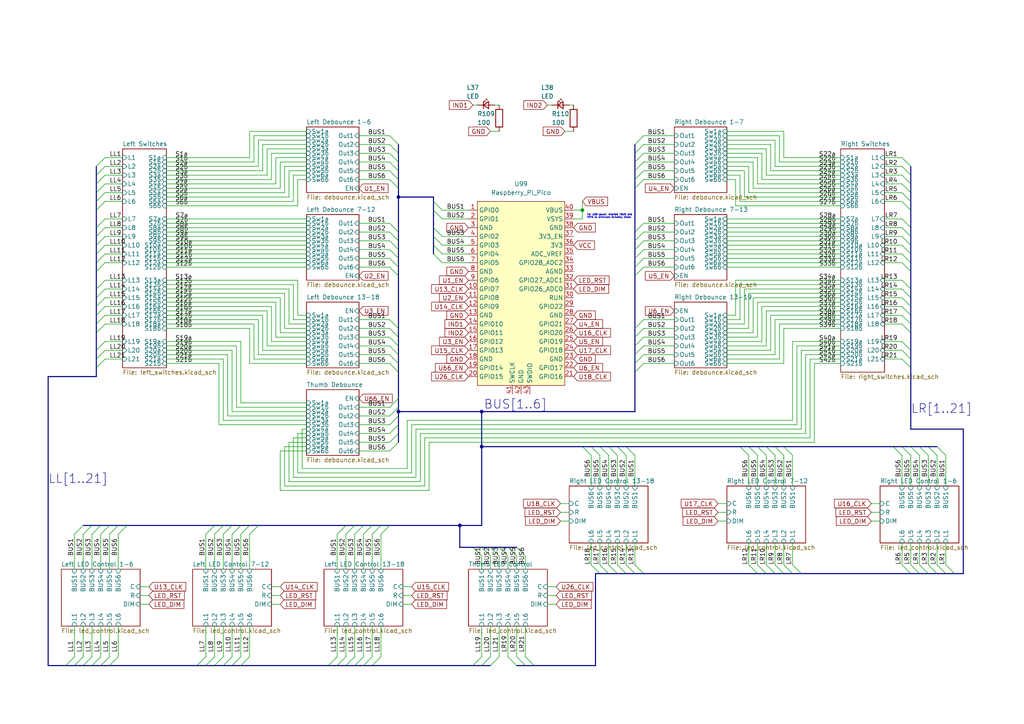
<source format=kicad_sch>
(kicad_sch (version 20230121) (generator eeschema)
  (paper "A4")
  (title_block (title "UnChat 42-key Fixed Board"))
  (junction (at 115.57 119.38))
  (junction (at 115.57 57.15))
  (junction (at 139.7 129.54))
  (junction (at 139.7 119.38))
  (junction (at 168.91 60.96))
  (junction (at 133.35 152.4))
  (bus_entry (at 264.16 86.36) (size -2.54 -2.54))
  (bus_entry (at 184.15 132.08) (size -2.54 -2.54))
  (bus_entry (at 21.59 154.94) (size 2.54 -2.54))
  (bus_entry (at 59.69 190.5) (size -2.54 2.54))
  (bus_entry (at 186.69 39.37) (size -2.54 2.54))
  (bus_entry (at 113.03 69.85) (size 2.54 2.54))
  (bus_entry (at 113.03 74.93) (size 2.54 2.54))
  (bus_entry (at 147.32 190.5) (size 2.54 2.54))
  (bus_entry (at 142.24 190.5) (size -2.54 2.54))
  (bus_entry (at 27.94 58.42) (size 2.54 -2.54))
  (bus_entry (at 271.78 132.08) (size -2.54 -2.54))
  (bus_entry (at 186.69 64.77) (size -2.54 2.54))
  (bus_entry (at 173.99 163.83) (size 2.54 2.54))
  (bus_entry (at 64.77 154.94) (size 2.54 -2.54))
  (bus_entry (at 125.73 71.12) (size 2.54 2.54))
  (bus_entry (at 113.03 105.41) (size 2.54 2.54))
  (bus_entry (at 264.16 73.66) (size -2.54 -2.54))
  (bus_entry (at 137.16 158.75) (size 2.54 2.54))
  (bus_entry (at 186.69 52.07) (size -2.54 2.54))
  (bus_entry (at 173.99 132.08) (size -2.54 -2.54))
  (bus_entry (at 264.16 88.9) (size -2.54 -2.54))
  (bus_entry (at 149.86 190.5) (size 2.54 2.54))
  (bus_entry (at 186.69 100.33) (size -2.54 2.54))
  (bus_entry (at 27.94 93.98) (size 2.54 -2.54))
  (bus_entry (at 113.03 123.19) (size 2.54 -2.54))
  (bus_entry (at 264.16 101.6) (size -2.54 -2.54))
  (bus_entry (at 113.03 72.39) (size 2.54 2.54))
  (bus_entry (at 110.49 154.94) (size 2.54 -2.54))
  (bus_entry (at 113.03 120.65) (size 2.54 -2.54))
  (bus_entry (at 264.16 50.8) (size -2.54 -2.54))
  (bus_entry (at 264.16 83.82) (size -2.54 -2.54))
  (bus_entry (at 27.94 78.74) (size 2.54 -2.54))
  (bus_entry (at 72.39 190.5) (size -2.54 2.54))
  (bus_entry (at 34.29 154.94) (size 2.54 -2.54))
  (bus_entry (at 219.71 132.08) (size -2.54 -2.54))
  (bus_entry (at 271.78 163.83) (size 2.54 2.54))
  (bus_entry (at 264.16 96.52) (size -2.54 -2.54))
  (bus_entry (at 142.24 158.75) (size 2.54 2.54))
  (bus_entry (at 21.59 190.5) (size -2.54 2.54))
  (bus_entry (at 274.32 163.83) (size 2.54 2.54))
  (bus_entry (at 27.94 71.12) (size 2.54 -2.54))
  (bus_entry (at 264.16 106.68) (size -2.54 -2.54))
  (bus_entry (at 69.85 154.94) (size 2.54 -2.54))
  (bus_entry (at 264.16 91.44) (size -2.54 -2.54))
  (bus_entry (at 113.03 95.25) (size 2.54 2.54))
  (bus_entry (at 176.53 132.08) (size -2.54 -2.54))
  (bus_entry (at 186.69 72.39) (size -2.54 2.54))
  (bus_entry (at 186.69 49.53) (size -2.54 2.54))
  (bus_entry (at 264.16 132.08) (size -2.54 -2.54))
  (bus_entry (at 29.21 190.5) (size -2.54 2.54))
  (bus_entry (at 113.03 67.31) (size 2.54 2.54))
  (bus_entry (at 264.16 78.74) (size -2.54 -2.54))
  (bus_entry (at 27.94 83.82) (size 2.54 -2.54))
  (bus_entry (at 110.49 190.5) (size -2.54 2.54))
  (bus_entry (at 64.77 190.5) (size -2.54 2.54))
  (bus_entry (at 144.78 158.75) (size 2.54 2.54))
  (bus_entry (at 264.16 76.2) (size -2.54 -2.54))
  (bus_entry (at 27.94 91.44) (size 2.54 -2.54))
  (bus_entry (at 105.41 154.94) (size 2.54 -2.54))
  (bus_entry (at 27.94 55.88) (size 2.54 -2.54))
  (bus_entry (at 264.16 60.96) (size -2.54 -2.54))
  (bus_entry (at 113.03 97.79) (size 2.54 2.54))
  (bus_entry (at 147.32 158.75) (size 2.54 2.54))
  (bus_entry (at 113.03 41.91) (size 2.54 2.54))
  (bus_entry (at 186.69 77.47) (size -2.54 2.54))
  (bus_entry (at 227.33 163.83) (size 2.54 2.54))
  (bus_entry (at 113.03 128.27) (size 2.54 -2.54))
  (bus_entry (at 152.4 190.5) (size 2.54 2.54))
  (bus_entry (at 217.17 163.83) (size 2.54 2.54))
  (bus_entry (at 105.41 190.5) (size -2.54 2.54))
  (bus_entry (at 264.16 163.83) (size 2.54 2.54))
  (bus_entry (at 107.95 154.94) (size 2.54 -2.54))
  (bus_entry (at 113.03 130.81) (size 2.54 -2.54))
  (bus_entry (at 62.23 154.94) (size 2.54 -2.54))
  (bus_entry (at 264.16 48.26) (size -2.54 -2.54))
  (bus_entry (at 100.33 154.94) (size 2.54 -2.54))
  (bus_entry (at 100.33 190.5) (size -2.54 2.54))
  (bus_entry (at 26.67 154.94) (size 2.54 -2.54))
  (bus_entry (at 62.23 190.5) (size -2.54 2.54))
  (bus_entry (at 31.75 154.94) (size 2.54 -2.54))
  (bus_entry (at 27.94 106.68) (size 2.54 -2.54))
  (bus_entry (at 113.03 46.99) (size 2.54 2.54))
  (bus_entry (at 27.94 101.6) (size 2.54 -2.54))
  (bus_entry (at 264.16 66.04) (size -2.54 -2.54))
  (bus_entry (at 113.03 125.73) (size 2.54 -2.54))
  (bus_entry (at 186.69 46.99) (size -2.54 2.54))
  (bus_entry (at 186.69 95.25) (size -2.54 2.54))
  (bus_entry (at 125.73 58.42) (size 2.54 2.54))
  (bus_entry (at 113.03 100.33) (size 2.54 2.54))
  (bus_entry (at 264.16 71.12) (size -2.54 -2.54))
  (bus_entry (at 24.13 190.5) (size -2.54 2.54))
  (bus_entry (at 266.7 163.83) (size 2.54 2.54))
  (bus_entry (at 29.21 154.94) (size 2.54 -2.54))
  (bus_entry (at 229.87 163.83) (size 2.54 2.54))
  (bus_entry (at 113.03 52.07) (size 2.54 2.54))
  (bus_entry (at 113.03 102.87) (size 2.54 2.54))
  (bus_entry (at 59.69 154.94) (size 2.54 -2.54))
  (bus_entry (at 113.03 118.11) (size 2.54 -2.54))
  (bus_entry (at 27.94 66.04) (size 2.54 -2.54))
  (bus_entry (at 266.7 132.08) (size -2.54 -2.54))
  (bus_entry (at 224.79 163.83) (size 2.54 2.54))
  (bus_entry (at 27.94 68.58) (size 2.54 -2.54))
  (bus_entry (at 179.07 163.83) (size 2.54 2.54))
  (bus_entry (at 274.32 132.08) (size -2.54 -2.54))
  (bus_entry (at 27.94 96.52) (size 2.54 -2.54))
  (bus_entry (at 186.69 97.79) (size -2.54 2.54))
  (bus_entry (at 102.87 154.94) (size 2.54 -2.54))
  (bus_entry (at 27.94 73.66) (size 2.54 -2.54))
  (bus_entry (at 186.69 67.31) (size -2.54 2.54))
  (bus_entry (at 264.16 93.98) (size -2.54 -2.54))
  (bus_entry (at 27.94 48.26) (size 2.54 -2.54))
  (bus_entry (at 125.73 66.04) (size 2.54 2.54))
  (bus_entry (at 181.61 132.08) (size -2.54 -2.54))
  (bus_entry (at 27.94 86.36) (size 2.54 -2.54))
  (bus_entry (at 69.85 190.5) (size -2.54 2.54))
  (bus_entry (at 27.94 53.34) (size 2.54 -2.54))
  (bus_entry (at 27.94 104.14) (size 2.54 -2.54))
  (bus_entry (at 219.71 163.83) (size 2.54 2.54))
  (bus_entry (at 113.03 92.71) (size 2.54 2.54))
  (bus_entry (at 222.25 163.83) (size 2.54 2.54))
  (bus_entry (at 184.15 163.83) (size 2.54 2.54))
  (bus_entry (at 227.33 132.08) (size -2.54 -2.54))
  (bus_entry (at 27.94 76.2) (size 2.54 -2.54))
  (bus_entry (at 261.62 132.08) (size -2.54 -2.54))
  (bus_entry (at 31.75 190.5) (size -2.54 2.54))
  (bus_entry (at 113.03 39.37) (size 2.54 2.54))
  (bus_entry (at 113.03 49.53) (size 2.54 2.54))
  (bus_entry (at 222.25 132.08) (size -2.54 -2.54))
  (bus_entry (at 139.7 190.5) (size -2.54 2.54))
  (bus_entry (at 186.69 44.45) (size -2.54 2.54))
  (bus_entry (at 113.03 64.77) (size 2.54 2.54))
  (bus_entry (at 102.87 190.5) (size -2.54 2.54))
  (bus_entry (at 27.94 60.96) (size 2.54 -2.54))
  (bus_entry (at 67.31 190.5) (size -2.54 2.54))
  (bus_entry (at 224.79 132.08) (size -2.54 -2.54))
  (bus_entry (at 26.67 190.5) (size -2.54 2.54))
  (bus_entry (at 107.95 190.5) (size -2.54 2.54))
  (bus_entry (at 125.73 68.58) (size 2.54 2.54))
  (bus_entry (at 269.24 132.08) (size -2.54 -2.54))
  (bus_entry (at 269.24 163.83) (size 2.54 2.54))
  (bus_entry (at 261.62 163.83) (size 2.54 2.54))
  (bus_entry (at 186.69 102.87) (size -2.54 2.54))
  (bus_entry (at 186.69 69.85) (size -2.54 2.54))
  (bus_entry (at 113.03 77.47) (size 2.54 2.54))
  (bus_entry (at 176.53 163.83) (size 2.54 2.54))
  (bus_entry (at 186.69 74.93) (size -2.54 2.54))
  (bus_entry (at 186.69 105.41) (size -2.54 2.54))
  (bus_entry (at 125.73 60.96) (size 2.54 2.54))
  (bus_entry (at 181.61 163.83) (size 2.54 2.54))
  (bus_entry (at 139.7 158.75) (size 2.54 2.54))
  (bus_entry (at 229.87 132.08) (size -2.54 -2.54))
  (bus_entry (at 179.07 132.08) (size -2.54 -2.54))
  (bus_entry (at 171.45 132.08) (size -2.54 -2.54))
  (bus_entry (at 186.69 92.71) (size -2.54 2.54))
  (bus_entry (at 264.16 104.14) (size -2.54 -2.54))
  (bus_entry (at 144.78 190.5) (size -2.54 2.54))
  (bus_entry (at 113.03 44.45) (size 2.54 2.54))
  (bus_entry (at 27.94 88.9) (size 2.54 -2.54))
  (bus_entry (at 171.45 163.83) (size 2.54 2.54))
  (bus_entry (at 24.13 154.94) (size 2.54 -2.54))
  (bus_entry (at 97.79 190.5) (size -2.54 2.54))
  (bus_entry (at 34.29 190.5) (size -2.54 2.54))
  (bus_entry (at 67.31 154.94) (size 2.54 -2.54))
  (bus_entry (at 264.16 58.42) (size -2.54 -2.54))
  (bus_entry (at 149.86 158.75) (size 2.54 2.54))
  (bus_entry (at 264.16 55.88) (size -2.54 -2.54))
  (bus_entry (at 264.16 68.58) (size -2.54 -2.54))
  (bus_entry (at 72.39 154.94) (size 2.54 -2.54))
  (bus_entry (at 97.79 154.94) (size 2.54 -2.54))
  (bus_entry (at 27.94 50.8) (size 2.54 -2.54))
  (bus_entry (at 186.69 41.91) (size -2.54 2.54))
  (bus_entry (at 217.17 132.08) (size -2.54 -2.54))
  (bus_entry (at 125.73 73.66) (size 2.54 2.54))
  (bus_entry (at 264.16 53.34) (size -2.54 -2.54))
  (wire (pts (xy 149.86 181.61) (xy 149.86 190.5)))
  (wire (pts (xy 30.48 83.82) (xy 35.56 83.82)))
  (bus (pts (xy 264.16 106.68) (xy 264.16 124.46)))
  (wire (pts (xy 21.59 165.1) (xy 21.59 154.94)))
  (wire (pts (xy 232.41 101.6) (xy 232.41 124.46)))
  (bus (pts (xy 100.33 152.4) (xy 102.87 152.4)))
  (wire (pts (xy 68.58 118.11) (xy 88.9 118.11)))
  (wire (pts (xy 120.65 138.43) (xy 85.09 138.43)))
  (wire (pts (xy 30.48 48.26) (xy 35.56 48.26)))
  (wire (pts (xy 119.38 137.16) (xy 86.36 137.16)))
  (wire (pts (xy 30.48 99.06) (xy 35.56 99.06)))
  (bus (pts (xy 264.16 78.74) (xy 264.16 83.82)))
  (bus (pts (xy 184.15 41.91) (xy 184.15 44.45)))
  (bus (pts (xy 264.16 166.37) (xy 266.7 166.37)))
  (wire (pts (xy 81.28 142.24) (xy 81.28 130.81)))
  (wire (pts (xy 64.77 154.94) (xy 64.77 165.1)))
  (wire (pts (xy 104.14 100.33) (xy 113.03 100.33)))
  (wire (pts (xy 48.26 77.47) (xy 88.9 77.47)))
  (wire (pts (xy 104.14 118.11) (xy 113.03 118.11)))
  (wire (pts (xy 210.82 67.31) (xy 243.84 67.31)))
  (bus (pts (xy 27.94 96.52) (xy 27.94 93.98)))
  (bus (pts (xy 181.61 129.54) (xy 214.63 129.54)))
  (wire (pts (xy 210.82 69.85) (xy 243.84 69.85)))
  (wire (pts (xy 142.24 161.29) (xy 142.24 165.1)))
  (wire (pts (xy 222.25 132.08) (xy 222.25 140.97)))
  (wire (pts (xy 124.46 128.27) (xy 236.22 128.27)))
  (wire (pts (xy 118.11 121.92) (xy 118.11 135.89)))
  (bus (pts (xy 115.57 100.33) (xy 115.57 102.87)))
  (wire (pts (xy 231.14 100.33) (xy 231.14 123.19)))
  (wire (pts (xy 34.29 181.61) (xy 34.29 190.5)))
  (wire (pts (xy 210.82 73.66) (xy 243.84 73.66)))
  (bus (pts (xy 74.93 152.4) (xy 100.33 152.4)))
  (bus (pts (xy 125.73 60.96) (xy 125.73 66.04)))
  (wire (pts (xy 264.16 132.08) (xy 264.16 140.97)))
  (wire (pts (xy 168.91 60.96) (xy 168.91 63.5)))
  (wire (pts (xy 256.54 101.6) (xy 261.62 101.6)))
  (wire (pts (xy 210.82 151.13) (xy 208.28 151.13)))
  (wire (pts (xy 128.27 60.96) (xy 135.89 60.96)))
  (wire (pts (xy 186.69 97.79) (xy 195.58 97.79)))
  (wire (pts (xy 86.36 91.44) (xy 88.9 91.44)))
  (bus (pts (xy 110.49 152.4) (xy 113.03 152.4)))
  (wire (pts (xy 226.06 46.99) (xy 226.06 39.37)))
  (wire (pts (xy 80.01 45.72) (xy 88.9 45.72)))
  (wire (pts (xy 118.11 121.92) (xy 229.87 121.92)))
  (wire (pts (xy 271.78 132.08) (xy 271.78 140.97)))
  (wire (pts (xy 69.85 99.06) (xy 69.85 116.84)))
  (wire (pts (xy 210.82 148.59) (xy 208.28 148.59)))
  (bus (pts (xy 102.87 193.04) (xy 105.41 193.04)))
  (wire (pts (xy 80.01 53.34) (xy 80.01 45.72)))
  (bus (pts (xy 115.57 125.73) (xy 115.57 123.19)))
  (bus (pts (xy 264.16 55.88) (xy 264.16 58.42)))
  (wire (pts (xy 104.14 41.91) (xy 113.03 41.91)))
  (bus (pts (xy 113.03 152.4) (xy 133.35 152.4)))
  (wire (pts (xy 186.69 67.31) (xy 195.58 67.31)))
  (wire (pts (xy 222.25 43.18) (xy 210.82 43.18)))
  (wire (pts (xy 217.17 85.09) (xy 243.84 85.09)))
  (bus (pts (xy 26.67 152.4) (xy 29.21 152.4)))
  (wire (pts (xy 116.84 172.72) (xy 119.38 172.72)))
  (bus (pts (xy 219.71 166.37) (xy 222.25 166.37)))
  (wire (pts (xy 179.07 157.48) (xy 179.07 163.83)))
  (bus (pts (xy 27.94 96.52) (xy 27.94 101.6)))
  (wire (pts (xy 123.19 140.97) (xy 82.55 140.97)))
  (wire (pts (xy 85.09 92.71) (xy 88.9 92.71)))
  (wire (pts (xy 63.5 123.19) (xy 88.9 123.19)))
  (bus (pts (xy 69.85 152.4) (xy 72.39 152.4)))
  (wire (pts (xy 78.74 88.9) (xy 78.74 99.06)))
  (wire (pts (xy 215.9 93.98) (xy 210.82 93.98)))
  (wire (pts (xy 31.75 181.61) (xy 31.75 190.5)))
  (bus (pts (xy 27.94 73.66) (xy 27.94 76.2)))
  (bus (pts (xy 133.35 152.4) (xy 133.35 158.75)))
  (wire (pts (xy 269.24 157.48) (xy 269.24 163.83)))
  (wire (pts (xy 48.26 55.88) (xy 82.55 55.88)))
  (wire (pts (xy 210.82 63.5) (xy 243.84 63.5)))
  (wire (pts (xy 261.62 71.12) (xy 256.54 71.12)))
  (wire (pts (xy 218.44 86.36) (xy 243.84 86.36)))
  (bus (pts (xy 115.57 54.61) (xy 115.57 57.15)))
  (bus (pts (xy 27.94 88.9) (xy 27.94 91.44)))
  (bus (pts (xy 176.53 129.54) (xy 179.07 129.54)))
  (wire (pts (xy 220.98 52.07) (xy 220.98 44.45)))
  (wire (pts (xy 104.14 123.19) (xy 113.03 123.19)))
  (wire (pts (xy 48.26 86.36) (xy 81.28 86.36)))
  (wire (pts (xy 83.82 83.82) (xy 83.82 93.98)))
  (bus (pts (xy 261.62 129.54) (xy 264.16 129.54)))
  (wire (pts (xy 218.44 46.99) (xy 210.82 46.99)))
  (wire (pts (xy 81.28 130.81) (xy 88.9 130.81)))
  (wire (pts (xy 215.9 49.53) (xy 210.82 49.53)))
  (wire (pts (xy 152.4 181.61) (xy 152.4 190.5)))
  (wire (pts (xy 261.62 76.2) (xy 256.54 76.2)))
  (wire (pts (xy 219.71 53.34) (xy 243.84 53.34)))
  (wire (pts (xy 261.62 88.9) (xy 256.54 88.9)))
  (wire (pts (xy 30.48 81.28) (xy 35.56 81.28)))
  (wire (pts (xy 40.64 172.72) (xy 43.18 172.72)))
  (wire (pts (xy 104.14 46.99) (xy 113.03 46.99)))
  (wire (pts (xy 217.17 132.08) (xy 217.17 140.97)))
  (bus (pts (xy 21.59 193.04) (xy 24.13 193.04)))
  (bus (pts (xy 27.94 109.22) (xy 13.97 109.22)))
  (wire (pts (xy 83.82 139.7) (xy 83.82 128.27)))
  (wire (pts (xy 271.78 157.48) (xy 271.78 163.83)))
  (bus (pts (xy 115.57 105.41) (xy 115.57 107.95)))
  (wire (pts (xy 147.32 181.61) (xy 147.32 190.5)))
  (wire (pts (xy 64.77 104.14) (xy 64.77 121.92)))
  (wire (pts (xy 266.7 157.48) (xy 266.7 163.83)))
  (bus (pts (xy 105.41 193.04) (xy 107.95 193.04)))
  (wire (pts (xy 186.69 52.07) (xy 195.58 52.07)))
  (wire (pts (xy 274.32 157.48) (xy 274.32 163.83)))
  (wire (pts (xy 186.69 77.47) (xy 195.58 77.47)))
  (bus (pts (xy 115.57 107.95) (xy 115.57 115.57)))
  (wire (pts (xy 236.22 105.41) (xy 243.84 105.41)))
  (wire (pts (xy 186.69 46.99) (xy 195.58 46.99)))
  (wire (pts (xy 210.82 66.04) (xy 243.84 66.04)))
  (bus (pts (xy 95.25 193.04) (xy 97.79 193.04)))
  (wire (pts (xy 220.98 88.9) (xy 220.98 99.06)))
  (bus (pts (xy 173.99 166.37) (xy 176.53 166.37)))
  (bus (pts (xy 214.63 129.54) (xy 217.17 129.54)))
  (wire (pts (xy 214.63 58.42) (xy 214.63 50.8)))
  (wire (pts (xy 181.61 132.08) (xy 181.61 140.97)))
  (wire (pts (xy 48.26 53.34) (xy 80.01 53.34)))
  (wire (pts (xy 226.06 93.98) (xy 226.06 104.14)))
  (bus (pts (xy 219.71 129.54) (xy 222.25 129.54)))
  (wire (pts (xy 85.09 58.42) (xy 85.09 50.8)))
  (wire (pts (xy 139.7 181.61) (xy 139.7 190.5)))
  (bus (pts (xy 64.77 152.4) (xy 67.31 152.4)))
  (wire (pts (xy 48.26 83.82) (xy 83.82 83.82)))
  (wire (pts (xy 48.26 69.85) (xy 88.9 69.85)))
  (bus (pts (xy 72.39 152.4) (xy 74.93 152.4)))
  (bus (pts (xy 184.15 52.07) (xy 184.15 54.61)))
  (wire (pts (xy 116.84 175.26) (xy 119.38 175.26)))
  (wire (pts (xy 215.9 83.82) (xy 243.84 83.82)))
  (wire (pts (xy 217.17 85.09) (xy 217.17 95.25)))
  (bus (pts (xy 184.15 46.99) (xy 184.15 49.53)))
  (bus (pts (xy 224.79 166.37) (xy 227.33 166.37)))
  (wire (pts (xy 215.9 57.15) (xy 215.9 49.53)))
  (wire (pts (xy 86.36 81.28) (xy 86.36 91.44)))
  (wire (pts (xy 104.14 39.37) (xy 113.03 39.37)))
  (bus (pts (xy 137.16 158.75) (xy 133.35 158.75)))
  (wire (pts (xy 30.48 91.44) (xy 35.56 91.44)))
  (wire (pts (xy 121.92 125.73) (xy 233.68 125.73)))
  (wire (pts (xy 26.67 165.1) (xy 26.67 154.94)))
  (bus (pts (xy 115.57 80.01) (xy 115.57 95.25)))
  (wire (pts (xy 219.71 53.34) (xy 219.71 45.72)))
  (bus (pts (xy 264.16 68.58) (xy 264.16 71.12)))
  (bus (pts (xy 115.57 44.45) (xy 115.57 46.99)))
  (wire (pts (xy 119.38 123.19) (xy 231.14 123.19)))
  (wire (pts (xy 224.79 92.71) (xy 224.79 102.87)))
  (wire (pts (xy 210.82 74.93) (xy 243.84 74.93)))
  (wire (pts (xy 252.73 146.05) (xy 255.27 146.05)))
  (wire (pts (xy 86.36 137.16) (xy 86.36 125.73)))
  (wire (pts (xy 30.48 86.36) (xy 35.56 86.36)))
  (wire (pts (xy 64.77 121.92) (xy 88.9 121.92)))
  (wire (pts (xy 86.36 52.07) (xy 88.9 52.07)))
  (bus (pts (xy 264.16 50.8) (xy 264.16 53.34)))
  (wire (pts (xy 85.09 50.8) (xy 88.9 50.8)))
  (wire (pts (xy 48.26 64.77) (xy 88.9 64.77)))
  (wire (pts (xy 104.14 72.39) (xy 113.03 72.39)))
  (bus (pts (xy 27.94 68.58) (xy 27.94 71.12)))
  (wire (pts (xy 261.62 157.48) (xy 261.62 163.83)))
  (wire (pts (xy 124.46 142.24) (xy 81.28 142.24)))
  (wire (pts (xy 223.52 91.44) (xy 223.52 101.6)))
  (wire (pts (xy 48.26 87.63) (xy 80.01 87.63)))
  (wire (pts (xy 76.2 41.91) (xy 88.9 41.91)))
  (bus (pts (xy 179.07 129.54) (xy 181.61 129.54)))
  (wire (pts (xy 48.26 81.28) (xy 86.36 81.28)))
  (wire (pts (xy 219.71 87.63) (xy 243.84 87.63)))
  (wire (pts (xy 116.84 170.18) (xy 119.38 170.18)))
  (wire (pts (xy 81.28 86.36) (xy 81.28 96.52)))
  (bus (pts (xy 115.57 46.99) (xy 115.57 49.53)))
  (wire (pts (xy 64.77 181.61) (xy 64.77 190.5)))
  (wire (pts (xy 48.26 71.12) (xy 88.9 71.12)))
  (wire (pts (xy 261.62 58.42) (xy 256.54 58.42)))
  (bus (pts (xy 29.21 152.4) (xy 31.75 152.4)))
  (wire (pts (xy 48.26 88.9) (xy 78.74 88.9)))
  (wire (pts (xy 158.75 30.48) (xy 160.02 30.48)))
  (bus (pts (xy 179.07 166.37) (xy 181.61 166.37)))
  (wire (pts (xy 224.79 48.26) (xy 243.84 48.26)))
  (wire (pts (xy 181.61 157.48) (xy 181.61 163.83)))
  (wire (pts (xy 219.71 157.48) (xy 219.71 163.83)))
  (wire (pts (xy 104.14 95.25) (xy 113.03 95.25)))
  (wire (pts (xy 81.28 54.61) (xy 81.28 46.99)))
  (wire (pts (xy 104.14 67.31) (xy 113.03 67.31)))
  (wire (pts (xy 227.33 95.25) (xy 243.84 95.25)))
  (bus (pts (xy 264.16 53.34) (xy 264.16 55.88)))
  (bus (pts (xy 115.57 119.38) (xy 139.7 119.38)))
  (wire (pts (xy 66.04 120.65) (xy 88.9 120.65)))
  (bus (pts (xy 27.94 91.44) (xy 27.94 93.98)))
  (bus (pts (xy 142.24 158.75) (xy 139.7 158.75)))
  (wire (pts (xy 104.14 52.07) (xy 113.03 52.07)))
  (bus (pts (xy 27.94 48.26) (xy 27.94 50.8)))
  (wire (pts (xy 214.63 58.42) (xy 243.84 58.42)))
  (bus (pts (xy 27.94 101.6) (xy 27.94 104.14)))
  (wire (pts (xy 78.74 170.18) (xy 81.28 170.18)))
  (wire (pts (xy 120.65 124.46) (xy 232.41 124.46)))
  (wire (pts (xy 48.26 74.93) (xy 88.9 74.93)))
  (bus (pts (xy 266.7 166.37) (xy 269.24 166.37)))
  (bus (pts (xy 264.16 71.12) (xy 264.16 73.66)))
  (bus (pts (xy 224.79 129.54) (xy 227.33 129.54)))
  (wire (pts (xy 119.38 123.19) (xy 119.38 137.16)))
  (bus (pts (xy 149.86 158.75) (xy 147.32 158.75)))
  (wire (pts (xy 147.32 161.29) (xy 147.32 165.1)))
  (wire (pts (xy 137.16 30.48) (xy 138.43 30.48)))
  (wire (pts (xy 63.5 105.41) (xy 63.5 123.19)))
  (wire (pts (xy 184.15 132.08) (xy 184.15 140.97)))
  (wire (pts (xy 73.66 93.98) (xy 73.66 104.14)))
  (wire (pts (xy 83.82 57.15) (xy 83.82 49.53)))
  (wire (pts (xy 227.33 132.08) (xy 227.33 140.97)))
  (bus (pts (xy 259.08 129.54) (xy 261.62 129.54)))
  (bus (pts (xy 125.73 68.58) (xy 125.73 71.12)))
  (bus (pts (xy 107.95 193.04) (xy 137.16 193.04)))
  (bus (pts (xy 115.57 102.87) (xy 115.57 105.41)))
  (wire (pts (xy 62.23 154.94) (xy 62.23 165.1)))
  (bus (pts (xy 62.23 193.04) (xy 64.77 193.04)))
  (wire (pts (xy 128.27 76.2) (xy 135.89 76.2)))
  (wire (pts (xy 78.74 172.72) (xy 81.28 172.72)))
  (wire (pts (xy 24.13 181.61) (xy 24.13 190.5)))
  (wire (pts (xy 220.98 88.9) (xy 243.84 88.9)))
  (wire (pts (xy 224.79 102.87) (xy 210.82 102.87)))
  (wire (pts (xy 166.37 60.96) (xy 168.91 60.96)))
  (wire (pts (xy 48.26 52.07) (xy 78.74 52.07)))
  (wire (pts (xy 213.36 59.69) (xy 243.84 59.69)))
  (wire (pts (xy 82.55 55.88) (xy 82.55 48.26)))
  (bus (pts (xy 26.67 193.04) (xy 29.21 193.04)))
  (wire (pts (xy 210.82 77.47) (xy 243.84 77.47)))
  (wire (pts (xy 234.95 104.14) (xy 234.95 127)))
  (wire (pts (xy 232.41 101.6) (xy 243.84 101.6)))
  (bus (pts (xy 222.25 166.37) (xy 224.79 166.37)))
  (wire (pts (xy 80.01 97.79) (xy 88.9 97.79)))
  (wire (pts (xy 186.69 105.41) (xy 195.58 105.41)))
  (wire (pts (xy 110.49 154.94) (xy 110.49 165.1)))
  (wire (pts (xy 48.26 104.14) (xy 64.77 104.14)))
  (wire (pts (xy 226.06 93.98) (xy 243.84 93.98)))
  (wire (pts (xy 72.39 181.61) (xy 72.39 190.5)))
  (wire (pts (xy 149.86 161.29) (xy 149.86 165.1)))
  (wire (pts (xy 82.55 85.09) (xy 82.55 95.25)))
  (bus (pts (xy 125.73 71.12) (xy 125.73 73.66)))
  (bus (pts (xy 264.16 96.52) (xy 264.16 101.6)))
  (wire (pts (xy 48.26 76.2) (xy 88.9 76.2)))
  (wire (pts (xy 261.62 132.08) (xy 261.62 140.97)))
  (wire (pts (xy 30.48 93.98) (xy 35.56 93.98)))
  (wire (pts (xy 220.98 44.45) (xy 210.82 44.45)))
  (wire (pts (xy 264.16 157.48) (xy 264.16 163.83)))
  (wire (pts (xy 179.07 132.08) (xy 179.07 140.97)))
  (bus (pts (xy 184.15 97.79) (xy 184.15 100.33)))
  (wire (pts (xy 210.82 72.39) (xy 243.84 72.39)))
  (wire (pts (xy 214.63 82.55) (xy 243.84 82.55)))
  (wire (pts (xy 104.14 44.45) (xy 113.03 44.45)))
  (bus (pts (xy 19.05 193.04) (xy 21.59 193.04)))
  (bus (pts (xy 67.31 152.4) (xy 69.85 152.4)))
  (wire (pts (xy 255.27 148.59) (xy 252.73 148.59)))
  (bus (pts (xy 115.57 69.85) (xy 115.57 72.39)))
  (wire (pts (xy 217.17 48.26) (xy 210.82 48.26)))
  (bus (pts (xy 152.4 193.04) (xy 154.94 193.04)))
  (wire (pts (xy 213.36 81.28) (xy 243.84 81.28)))
  (wire (pts (xy 104.14 49.53) (xy 113.03 49.53)))
  (wire (pts (xy 81.28 46.99) (xy 88.9 46.99)))
  (wire (pts (xy 226.06 104.14) (xy 210.82 104.14)))
  (wire (pts (xy 121.92 139.7) (xy 83.82 139.7)))
  (wire (pts (xy 72.39 38.1) (xy 88.9 38.1)))
  (bus (pts (xy 36.83 152.4) (xy 62.23 152.4)))
  (wire (pts (xy 29.21 165.1) (xy 29.21 154.94)))
  (bus (pts (xy 222.25 129.54) (xy 224.79 129.54)))
  (wire (pts (xy 186.69 72.39) (xy 195.58 72.39)))
  (wire (pts (xy 173.99 157.48) (xy 173.99 163.83)))
  (bus (pts (xy 137.16 193.04) (xy 139.7 193.04)))
  (bus (pts (xy 139.7 119.38) (xy 139.7 129.54)))
  (bus (pts (xy 115.57 57.15) (xy 115.57 67.31)))
  (wire (pts (xy 226.06 39.37) (xy 210.82 39.37)))
  (wire (pts (xy 48.26 45.72) (xy 72.39 45.72)))
  (bus (pts (xy 115.57 41.91) (xy 115.57 44.45)))
  (wire (pts (xy 186.69 41.91) (xy 195.58 41.91)))
  (bus (pts (xy 184.15 49.53) (xy 184.15 52.07)))
  (bus (pts (xy 264.16 96.52) (xy 264.16 93.98)))
  (wire (pts (xy 229.87 99.06) (xy 243.84 99.06)))
  (wire (pts (xy 76.2 101.6) (xy 88.9 101.6)))
  (wire (pts (xy 87.63 135.89) (xy 118.11 135.89)))
  (wire (pts (xy 77.47 50.8) (xy 77.47 43.18)))
  (bus (pts (xy 139.7 129.54) (xy 168.91 129.54)))
  (bus (pts (xy 264.16 88.9) (xy 264.16 91.44)))
  (wire (pts (xy 48.26 72.39) (xy 88.9 72.39)))
  (bus (pts (xy 59.69 193.04) (xy 62.23 193.04)))
  (wire (pts (xy 152.4 161.29) (xy 152.4 165.1)))
  (wire (pts (xy 144.78 181.61) (xy 144.78 190.5)))
  (bus (pts (xy 149.86 193.04) (xy 152.4 193.04)))
  (wire (pts (xy 83.82 49.53) (xy 88.9 49.53)))
  (wire (pts (xy 100.33 154.94) (xy 100.33 165.1)))
  (bus (pts (xy 184.15 107.95) (xy 184.15 119.38)))
  (wire (pts (xy 48.26 73.66) (xy 88.9 73.66)))
  (bus (pts (xy 27.94 78.74) (xy 27.94 83.82)))
  (wire (pts (xy 261.62 73.66) (xy 256.54 73.66)))
  (wire (pts (xy 104.14 77.47) (xy 113.03 77.47)))
  (wire (pts (xy 48.26 90.17) (xy 77.47 90.17)))
  (bus (pts (xy 139.7 193.04) (xy 142.24 193.04)))
  (wire (pts (xy 222.25 50.8) (xy 243.84 50.8)))
  (wire (pts (xy 255.27 151.13) (xy 252.73 151.13)))
  (bus (pts (xy 27.94 53.34) (xy 27.94 55.88)))
  (bus (pts (xy 139.7 119.38) (xy 184.15 119.38)))
  (wire (pts (xy 261.62 45.72) (xy 256.54 45.72)))
  (wire (pts (xy 48.26 105.41) (xy 63.5 105.41)))
  (wire (pts (xy 261.62 53.34) (xy 256.54 53.34)))
  (wire (pts (xy 48.26 67.31) (xy 88.9 67.31)))
  (wire (pts (xy 40.64 170.18) (xy 43.18 170.18)))
  (bus (pts (xy 97.79 193.04) (xy 100.33 193.04)))
  (bus (pts (xy 184.15 74.93) (xy 184.15 77.47)))
  (wire (pts (xy 223.52 41.91) (xy 210.82 41.91)))
  (wire (pts (xy 30.48 73.66) (xy 35.56 73.66)))
  (bus (pts (xy 274.32 166.37) (xy 276.86 166.37)))
  (wire (pts (xy 184.15 157.48) (xy 184.15 163.83)))
  (wire (pts (xy 67.31 154.94) (xy 67.31 165.1)))
  (wire (pts (xy 219.71 45.72) (xy 210.82 45.72)))
  (bus (pts (xy 115.57 77.47) (xy 115.57 80.01)))
  (wire (pts (xy 219.71 132.08) (xy 219.71 140.97)))
  (wire (pts (xy 186.69 100.33) (xy 195.58 100.33)))
  (wire (pts (xy 223.52 91.44) (xy 243.84 91.44)))
  (wire (pts (xy 48.26 93.98) (xy 73.66 93.98)))
  (wire (pts (xy 73.66 104.14) (xy 88.9 104.14)))
  (wire (pts (xy 142.24 38.1) (xy 144.78 38.1)))
  (bus (pts (xy 227.33 129.54) (xy 259.08 129.54)))
  (wire (pts (xy 77.47 90.17) (xy 77.47 100.33)))
  (bus (pts (xy 154.94 193.04) (xy 172.72 193.04)))
  (wire (pts (xy 261.62 48.26) (xy 256.54 48.26)))
  (bus (pts (xy 264.16 104.14) (xy 264.16 106.68)))
  (wire (pts (xy 227.33 157.48) (xy 227.33 163.83)))
  (bus (pts (xy 264.16 129.54) (xy 266.7 129.54)))
  (wire (pts (xy 176.53 132.08) (xy 176.53 140.97)))
  (bus (pts (xy 184.15 80.01) (xy 184.15 95.25)))
  (bus (pts (xy 168.91 129.54) (xy 171.45 129.54)))
  (wire (pts (xy 231.14 100.33) (xy 243.84 100.33)))
  (wire (pts (xy 261.62 91.44) (xy 256.54 91.44)))
  (wire (pts (xy 97.79 181.61) (xy 97.79 190.5)))
  (wire (pts (xy 104.14 130.81) (xy 113.03 130.81)))
  (bus (pts (xy 269.24 129.54) (xy 271.78 129.54)))
  (bus (pts (xy 29.21 193.04) (xy 31.75 193.04)))
  (bus (pts (xy 184.15 105.41) (xy 184.15 107.95)))
  (bus (pts (xy 115.57 97.79) (xy 115.57 100.33)))
  (bus (pts (xy 144.78 158.75) (xy 142.24 158.75)))
  (bus (pts (xy 115.57 57.15) (xy 125.73 57.15)))
  (wire (pts (xy 233.68 102.87) (xy 233.68 125.73)))
  (wire (pts (xy 261.62 93.98) (xy 256.54 93.98)))
  (wire (pts (xy 219.71 97.79) (xy 210.82 97.79)))
  (wire (pts (xy 186.69 102.87) (xy 195.58 102.87)))
  (bus (pts (xy 27.94 50.8) (xy 27.94 53.34)))
  (bus (pts (xy 27.94 71.12) (xy 27.94 73.66)))
  (wire (pts (xy 21.59 181.61) (xy 21.59 190.5)))
  (wire (pts (xy 48.26 68.58) (xy 88.9 68.58)))
  (wire (pts (xy 186.69 49.53) (xy 195.58 49.53)))
  (wire (pts (xy 78.74 99.06) (xy 88.9 99.06)))
  (wire (pts (xy 186.69 92.71) (xy 195.58 92.71)))
  (bus (pts (xy 232.41 166.37) (xy 264.16 166.37)))
  (wire (pts (xy 123.19 127) (xy 234.95 127)))
  (wire (pts (xy 213.36 59.69) (xy 213.36 52.07)))
  (wire (pts (xy 62.23 181.61) (xy 62.23 190.5)))
  (bus (pts (xy 13.97 109.22) (xy 13.97 193.04)))
  (wire (pts (xy 82.55 129.54) (xy 88.9 129.54)))
  (wire (pts (xy 217.17 55.88) (xy 243.84 55.88)))
  (wire (pts (xy 76.2 91.44) (xy 76.2 101.6)))
  (wire (pts (xy 218.44 86.36) (xy 218.44 96.52)))
  (bus (pts (xy 27.94 66.04) (xy 27.94 68.58)))
  (wire (pts (xy 104.14 128.27) (xy 113.03 128.27)))
  (bus (pts (xy 115.57 72.39) (xy 115.57 74.93)))
  (wire (pts (xy 218.44 54.61) (xy 243.84 54.61)))
  (bus (pts (xy 264.16 86.36) (xy 264.16 88.9)))
  (wire (pts (xy 224.79 40.64) (xy 210.82 40.64)))
  (wire (pts (xy 186.69 69.85) (xy 195.58 69.85)))
  (bus (pts (xy 34.29 152.4) (xy 36.83 152.4)))
  (wire (pts (xy 227.33 105.41) (xy 210.82 105.41)))
  (bus (pts (xy 115.57 128.27) (xy 115.57 125.73)))
  (wire (pts (xy 256.54 99.06) (xy 261.62 99.06)))
  (wire (pts (xy 128.27 63.5) (xy 135.89 63.5)))
  (wire (pts (xy 139.7 161.29) (xy 139.7 165.1)))
  (wire (pts (xy 102.87 181.61) (xy 102.87 190.5)))
  (wire (pts (xy 210.82 71.12) (xy 243.84 71.12)))
  (wire (pts (xy 77.47 100.33) (xy 88.9 100.33)))
  (wire (pts (xy 82.55 48.26) (xy 88.9 48.26)))
  (bus (pts (xy 115.57 49.53) (xy 115.57 52.07)))
  (bus (pts (xy 264.16 76.2) (xy 264.16 78.74)))
  (bus (pts (xy 139.7 158.75) (xy 137.16 158.75)))
  (wire (pts (xy 69.85 181.61) (xy 69.85 190.5)))
  (wire (pts (xy 86.36 59.69) (xy 86.36 52.07)))
  (bus (pts (xy 115.57 67.31) (xy 115.57 69.85)))
  (wire (pts (xy 120.65 124.46) (xy 120.65 138.43)))
  (wire (pts (xy 48.26 63.5) (xy 88.9 63.5)))
  (wire (pts (xy 74.93 48.26) (xy 74.93 40.64)))
  (wire (pts (xy 72.39 154.94) (xy 72.39 165.1)))
  (wire (pts (xy 68.58 100.33) (xy 68.58 118.11)))
  (wire (pts (xy 171.45 132.08) (xy 171.45 140.97)))
  (wire (pts (xy 97.79 154.94) (xy 97.79 165.1)))
  (wire (pts (xy 214.63 82.55) (xy 214.63 92.71)))
  (wire (pts (xy 30.48 104.14) (xy 35.56 104.14)))
  (wire (pts (xy 143.51 30.48) (xy 144.78 30.48)))
  (bus (pts (xy 184.15 72.39) (xy 184.15 74.93)))
  (wire (pts (xy 87.63 135.89) (xy 87.63 124.46)))
  (wire (pts (xy 48.26 85.09) (xy 82.55 85.09)))
  (wire (pts (xy 222.25 90.17) (xy 243.84 90.17)))
  (bus (pts (xy 27.94 60.96) (xy 27.94 66.04)))
  (wire (pts (xy 261.62 66.04) (xy 256.54 66.04)))
  (wire (pts (xy 30.48 76.2) (xy 35.56 76.2)))
  (wire (pts (xy 220.98 52.07) (xy 243.84 52.07)))
  (bus (pts (xy 186.69 166.37) (xy 219.71 166.37)))
  (wire (pts (xy 158.75 172.72) (xy 161.29 172.72)))
  (wire (pts (xy 30.48 88.9) (xy 35.56 88.9)))
  (wire (pts (xy 83.82 128.27) (xy 88.9 128.27)))
  (wire (pts (xy 224.79 157.48) (xy 224.79 163.83)))
  (wire (pts (xy 269.24 132.08) (xy 269.24 140.97)))
  (wire (pts (xy 261.62 86.36) (xy 256.54 86.36)))
  (wire (pts (xy 227.33 38.1) (xy 210.82 38.1)))
  (bus (pts (xy 264.16 124.46) (xy 279.4 124.46)))
  (wire (pts (xy 48.26 99.06) (xy 69.85 99.06)))
  (wire (pts (xy 85.09 82.55) (xy 85.09 92.71)))
  (wire (pts (xy 67.31 119.38) (xy 88.9 119.38)))
  (wire (pts (xy 48.26 48.26) (xy 74.93 48.26)))
  (wire (pts (xy 224.79 132.08) (xy 224.79 140.97)))
  (wire (pts (xy 128.27 73.66) (xy 135.89 73.66)))
  (wire (pts (xy 210.82 68.58) (xy 243.84 68.58)))
  (bus (pts (xy 13.97 193.04) (xy 19.05 193.04)))
  (wire (pts (xy 29.21 181.61) (xy 29.21 190.5)))
  (wire (pts (xy 213.36 52.07) (xy 210.82 52.07)))
  (wire (pts (xy 261.62 68.58) (xy 256.54 68.58)))
  (bus (pts (xy 184.15 95.25) (xy 184.15 97.79)))
  (wire (pts (xy 72.39 45.72) (xy 72.39 38.1)))
  (bus (pts (xy 125.73 66.04) (xy 125.73 68.58)))
  (wire (pts (xy 158.75 175.26) (xy 161.29 175.26)))
  (wire (pts (xy 87.63 124.46) (xy 88.9 124.46)))
  (bus (pts (xy 227.33 166.37) (xy 229.87 166.37)))
  (wire (pts (xy 74.93 92.71) (xy 74.93 102.87)))
  (wire (pts (xy 30.48 58.42) (xy 35.56 58.42)))
  (wire (pts (xy 223.52 49.53) (xy 243.84 49.53)))
  (wire (pts (xy 158.75 170.18) (xy 161.29 170.18)))
  (bus (pts (xy 264.16 73.66) (xy 264.16 76.2)))
  (wire (pts (xy 107.95 154.94) (xy 107.95 165.1)))
  (wire (pts (xy 48.26 54.61) (xy 81.28 54.61)))
  (wire (pts (xy 233.68 102.87) (xy 243.84 102.87)))
  (wire (pts (xy 219.71 87.63) (xy 219.71 97.79)))
  (wire (pts (xy 82.55 95.25) (xy 88.9 95.25)))
  (wire (pts (xy 104.14 120.65) (xy 113.03 120.65)))
  (wire (pts (xy 73.66 46.99) (xy 73.66 39.37)))
  (bus (pts (xy 69.85 193.04) (xy 95.25 193.04)))
  (wire (pts (xy 48.26 91.44) (xy 76.2 91.44)))
  (wire (pts (xy 166.37 63.5) (xy 168.91 63.5)))
  (wire (pts (xy 128.27 71.12) (xy 135.89 71.12)))
  (wire (pts (xy 227.33 45.72) (xy 227.33 38.1)))
  (bus (pts (xy 171.45 129.54) (xy 173.99 129.54)))
  (wire (pts (xy 104.14 69.85) (xy 113.03 69.85)))
  (wire (pts (xy 104.14 92.71) (xy 113.03 92.71)))
  (bus (pts (xy 269.24 166.37) (xy 271.78 166.37)))
  (bus (pts (xy 24.13 152.4) (xy 26.67 152.4)))
  (bus (pts (xy 64.77 193.04) (xy 67.31 193.04)))
  (wire (pts (xy 48.26 95.25) (xy 72.39 95.25)))
  (wire (pts (xy 26.67 181.61) (xy 26.67 190.5)))
  (wire (pts (xy 234.95 104.14) (xy 243.84 104.14)))
  (wire (pts (xy 48.26 82.55) (xy 85.09 82.55)))
  (wire (pts (xy 67.31 181.61) (xy 67.31 190.5)))
  (bus (pts (xy 173.99 129.54) (xy 176.53 129.54)))
  (wire (pts (xy 30.48 71.12) (xy 35.56 71.12)))
  (wire (pts (xy 214.63 50.8) (xy 210.82 50.8)))
  (wire (pts (xy 48.26 57.15) (xy 83.82 57.15)))
  (wire (pts (xy 261.62 63.5) (xy 256.54 63.5)))
  (wire (pts (xy 83.82 93.98) (xy 88.9 93.98)))
  (wire (pts (xy 59.69 181.61) (xy 59.69 190.5)))
  (wire (pts (xy 123.19 127) (xy 123.19 140.97)))
  (bus (pts (xy 27.94 86.36) (xy 27.94 88.9)))
  (bus (pts (xy 27.94 55.88) (xy 27.94 58.42)))
  (bus (pts (xy 115.57 119.38) (xy 115.57 120.65)))
  (wire (pts (xy 226.06 46.99) (xy 243.84 46.99)))
  (bus (pts (xy 31.75 152.4) (xy 34.29 152.4)))
  (bus (pts (xy 31.75 193.04) (xy 57.15 193.04)))
  (wire (pts (xy 229.87 157.48) (xy 229.87 163.83)))
  (wire (pts (xy 218.44 54.61) (xy 218.44 46.99)))
  (wire (pts (xy 30.48 63.5) (xy 35.56 63.5)))
  (wire (pts (xy 214.63 92.71) (xy 210.82 92.71)))
  (wire (pts (xy 69.85 116.84) (xy 88.9 116.84)))
  (wire (pts (xy 66.04 102.87) (xy 66.04 120.65)))
  (wire (pts (xy 186.69 95.25) (xy 195.58 95.25)))
  (wire (pts (xy 48.26 50.8) (xy 77.47 50.8)))
  (wire (pts (xy 222.25 50.8) (xy 222.25 43.18)))
  (wire (pts (xy 224.79 48.26) (xy 224.79 40.64)))
  (wire (pts (xy 72.39 105.41) (xy 88.9 105.41)))
  (bus (pts (xy 264.16 91.44) (xy 264.16 93.98)))
  (wire (pts (xy 165.1 30.48) (xy 166.37 30.48)))
  (bus (pts (xy 115.57 52.07) (xy 115.57 54.61)))
  (wire (pts (xy 176.53 157.48) (xy 176.53 163.83)))
  (wire (pts (xy 74.93 40.64) (xy 88.9 40.64)))
  (wire (pts (xy 85.09 138.43) (xy 85.09 127)))
  (bus (pts (xy 67.31 193.04) (xy 69.85 193.04)))
  (wire (pts (xy 100.33 181.61) (xy 100.33 190.5)))
  (bus (pts (xy 115.57 74.93) (xy 115.57 77.47)))
  (wire (pts (xy 30.48 53.34) (xy 35.56 53.34)))
  (wire (pts (xy 229.87 99.06) (xy 229.87 121.92)))
  (wire (pts (xy 236.22 105.41) (xy 236.22 128.27)))
  (bus (pts (xy 184.15 67.31) (xy 184.15 69.85)))
  (wire (pts (xy 81.28 96.52) (xy 88.9 96.52)))
  (wire (pts (xy 186.69 74.93) (xy 195.58 74.93)))
  (wire (pts (xy 210.82 64.77) (xy 243.84 64.77)))
  (bus (pts (xy 125.73 57.15) (xy 125.73 58.42)))
  (wire (pts (xy 73.66 39.37) (xy 88.9 39.37)))
  (wire (pts (xy 34.29 154.94) (xy 34.29 165.1)))
  (wire (pts (xy 128.27 68.58) (xy 135.89 68.58)))
  (wire (pts (xy 48.26 58.42) (xy 85.09 58.42)))
  (wire (pts (xy 121.92 125.73) (xy 121.92 139.7)))
  (wire (pts (xy 213.36 91.44) (xy 210.82 91.44)))
  (wire (pts (xy 186.69 44.45) (xy 195.58 44.45)))
  (wire (pts (xy 217.17 95.25) (xy 210.82 95.25)))
  (wire (pts (xy 210.82 76.2) (xy 243.84 76.2)))
  (wire (pts (xy 168.91 58.42) (xy 168.91 60.96)))
  (wire (pts (xy 104.14 64.77) (xy 113.03 64.77)))
  (bus (pts (xy 115.57 115.57) (xy 115.57 118.11)))
  (wire (pts (xy 124.46 128.27) (xy 124.46 142.24)))
  (bus (pts (xy 264.16 60.96) (xy 264.16 66.04)))
  (bus (pts (xy 172.72 166.37) (xy 172.72 193.04)))
  (wire (pts (xy 110.49 181.61) (xy 110.49 190.5)))
  (wire (pts (xy 104.14 105.41) (xy 113.03 105.41)))
  (wire (pts (xy 104.14 102.87) (xy 113.03 102.87)))
  (wire (pts (xy 72.39 95.25) (xy 72.39 105.41)))
  (wire (pts (xy 85.09 127) (xy 88.9 127)))
  (bus (pts (xy 27.94 109.22) (xy 27.94 106.68)))
  (wire (pts (xy 107.95 181.61) (xy 107.95 190.5)))
  (bus (pts (xy 107.95 152.4) (xy 110.49 152.4)))
  (bus (pts (xy 264.16 101.6) (xy 264.16 104.14)))
  (wire (pts (xy 213.36 81.28) (xy 213.36 91.44)))
  (wire (pts (xy 30.48 68.58) (xy 35.56 68.58)))
  (wire (pts (xy 218.44 96.52) (xy 210.82 96.52)))
  (wire (pts (xy 256.54 104.14) (xy 261.62 104.14)))
  (wire (pts (xy 24.13 165.1) (xy 24.13 154.94)))
  (wire (pts (xy 76.2 49.53) (xy 76.2 41.91)))
  (wire (pts (xy 105.41 181.61) (xy 105.41 190.5)))
  (wire (pts (xy 217.17 55.88) (xy 217.17 48.26)))
  (wire (pts (xy 261.62 81.28) (xy 256.54 81.28)))
  (wire (pts (xy 173.99 132.08) (xy 173.99 140.97)))
  (wire (pts (xy 48.26 59.69) (xy 86.36 59.69)))
  (wire (pts (xy 144.78 161.29) (xy 144.78 165.1)))
  (wire (pts (xy 48.26 46.99) (xy 73.66 46.99)))
  (bus (pts (xy 27.94 83.82) (xy 27.94 86.36)))
  (bus (pts (xy 100.33 193.04) (xy 102.87 193.04)))
  (wire (pts (xy 227.33 45.72) (xy 243.84 45.72)))
  (wire (pts (xy 102.87 154.94) (xy 102.87 165.1)))
  (wire (pts (xy 208.28 146.05) (xy 210.82 146.05)))
  (bus (pts (xy 115.57 118.11) (xy 115.57 119.38)))
  (wire (pts (xy 104.14 97.79) (xy 113.03 97.79)))
  (bus (pts (xy 229.87 166.37) (xy 232.41 166.37)))
  (wire (pts (xy 223.52 49.53) (xy 223.52 41.91)))
  (wire (pts (xy 59.69 154.94) (xy 59.69 165.1)))
  (wire (pts (xy 40.64 175.26) (xy 43.18 175.26)))
  (bus (pts (xy 271.78 166.37) (xy 274.32 166.37)))
  (wire (pts (xy 261.62 50.8) (xy 256.54 50.8)))
  (wire (pts (xy 30.48 50.8) (xy 35.56 50.8)))
  (wire (pts (xy 266.7 132.08) (xy 266.7 140.97)))
  (bus (pts (xy 181.61 166.37) (xy 184.15 166.37)))
  (bus (pts (xy 184.15 44.45) (xy 184.15 46.99)))
  (bus (pts (xy 217.17 129.54) (xy 219.71 129.54)))
  (wire (pts (xy 74.93 102.87) (xy 88.9 102.87)))
  (wire (pts (xy 48.26 92.71) (xy 74.93 92.71)))
  (bus (pts (xy 266.7 129.54) (xy 269.24 129.54)))
  (wire (pts (xy 77.47 43.18) (xy 88.9 43.18)))
  (wire (pts (xy 104.14 125.73) (xy 113.03 125.73)))
  (wire (pts (xy 30.48 101.6) (xy 35.56 101.6)))
  (bus (pts (xy 102.87 152.4) (xy 105.41 152.4)))
  (wire (pts (xy 227.33 95.25) (xy 227.33 105.41)))
  (bus (pts (xy 27.94 58.42) (xy 27.94 60.96)))
  (bus (pts (xy 173.99 166.37) (xy 172.72 166.37)))
  (wire (pts (xy 215.9 83.82) (xy 215.9 93.98)))
  (wire (pts (xy 104.14 74.93) (xy 113.03 74.93)))
  (bus (pts (xy 264.16 48.26) (xy 264.16 50.8)))
  (bus (pts (xy 184.15 102.87) (xy 184.15 105.41)))
  (bus (pts (xy 62.23 152.4) (xy 64.77 152.4)))
  (wire (pts (xy 162.56 146.05) (xy 165.1 146.05)))
  (wire (pts (xy 30.48 55.88) (xy 35.56 55.88)))
  (wire (pts (xy 222.25 100.33) (xy 210.82 100.33)))
  (wire (pts (xy 222.25 90.17) (xy 222.25 100.33)))
  (wire (pts (xy 229.87 132.08) (xy 229.87 140.97)))
  (wire (pts (xy 163.83 38.1) (xy 166.37 38.1)))
  (bus (pts (xy 176.53 166.37) (xy 179.07 166.37)))
  (bus (pts (xy 184.15 77.47) (xy 184.15 80.01)))
  (wire (pts (xy 224.79 92.71) (xy 243.84 92.71)))
  (bus (pts (xy 184.15 100.33) (xy 184.15 102.87)))
  (wire (pts (xy 105.41 154.94) (xy 105.41 165.1)))
  (bus (pts (xy 115.57 95.25) (xy 115.57 97.79)))
  (wire (pts (xy 78.74 52.07) (xy 78.74 44.45)))
  (bus (pts (xy 184.15 54.61) (xy 184.15 67.31)))
  (bus (pts (xy 24.13 193.04) (xy 26.67 193.04)))
  (wire (pts (xy 165.1 151.13) (xy 162.56 151.13)))
  (wire (pts (xy 48.26 66.04) (xy 88.9 66.04)))
  (wire (pts (xy 80.01 87.63) (xy 80.01 97.79)))
  (wire (pts (xy 142.24 181.61) (xy 142.24 190.5)))
  (wire (pts (xy 171.45 157.48) (xy 171.45 163.83)))
  (wire (pts (xy 78.74 44.45) (xy 88.9 44.45)))
  (wire (pts (xy 67.31 101.6) (xy 67.31 119.38)))
  (bus (pts (xy 133.35 152.4) (xy 139.7 152.4)))
  (wire (pts (xy 30.48 45.72) (xy 35.56 45.72)))
  (wire (pts (xy 223.52 101.6) (xy 210.82 101.6)))
  (bus (pts (xy 147.32 158.75) (xy 144.78 158.75)))
  (bus (pts (xy 105.41 152.4) (xy 107.95 152.4)))
  (wire (pts (xy 165.1 148.59) (xy 162.56 148.59)))
  (wire (pts (xy 78.74 175.26) (xy 81.28 175.26)))
  (bus (pts (xy 27.94 76.2) (xy 27.94 78.74)))
  (wire (pts (xy 69.85 154.94) (xy 69.85 165.1)))
  (wire (pts (xy 86.36 125.73) (xy 88.9 125.73)))
  (wire (pts (xy 48.26 101.6) (xy 67.31 101.6)))
  (bus (pts (xy 184.15 166.37) (xy 186.69 166.37)))
  (wire (pts (xy 186.69 39.37) (xy 195.58 39.37)))
  (wire (pts (xy 220.98 99.06) (xy 210.82 99.06)))
  (bus (pts (xy 125.73 58.42) (xy 125.73 60.96)))
  (wire (pts (xy 217.17 157.48) (xy 217.17 163.83)))
  (wire (pts (xy 48.26 102.87) (xy 66.04 102.87)))
  (wire (pts (xy 274.32 132.08) (xy 274.32 140.97)))
  (wire (pts (xy 261.62 55.88) (xy 256.54 55.88)))
  (wire (pts (xy 30.48 66.04) (xy 35.56 66.04)))
  (bus (pts (xy 264.16 58.42) (xy 264.16 60.96)))
  (bus (pts (xy 115.57 120.65) (xy 115.57 123.19)))
  (wire (pts (xy 222.25 157.48) (xy 222.25 163.83)))
  (wire (pts (xy 261.62 83.82) (xy 256.54 83.82)))
  (bus (pts (xy 139.7 152.4) (xy 139.7 129.54)))
  (wire (pts (xy 215.9 57.15) (xy 243.84 57.15)))
  (bus (pts (xy 57.15 193.04) (xy 59.69 193.04)))
  (wire (pts (xy 48.26 100.33) (xy 68.58 100.33)))
  (bus (pts (xy 184.15 69.85) (xy 184.15 72.39)))
  (bus (pts (xy 264.16 83.82) (xy 264.16 86.36)))
  (bus (pts (xy 27.94 104.14) (xy 27.94 106.68)))
  (bus (pts (xy 279.4 124.46) (xy 279.4 166.37)))
  (wire (pts (xy 31.75 154.94) (xy 31.75 165.1)))
  (bus (pts (xy 279.4 166.37) (xy 276.86 166.37)))
  (wire (pts (xy 48.26 49.53) (xy 76.2 49.53)))
  (wire (pts (xy 186.69 64.77) (xy 195.58 64.77)))
  (bus (pts (xy 264.16 66.04) (xy 264.16 68.58)))
  (wire (pts (xy 82.55 140.97) (xy 82.55 129.54)))
  (text "For USB power, shorted VBUS and\nVSYS to eliminate Schottky diode" (at 170.18 63.5 0) (effects (font (size 0.5 0.5)) (justify left bottom)))
  (label "BUS6" (at 217.17 138.43 90))
  (label "S10b" (at 50.8596 72.39 0))
  (label "LL19" (at 31.75 99.06 0))
  (label "S41b" (at 237.49 102.87 0))
  (label "BUS[1..6]" (at 158.75 119.38 180) (effects (font (size 2.54 2.54))))
  (label "LL1" (at 21.59 189.23 90))
  (label "S11b" (at 50.8596 74.93 0))
  (label "LR3" (at 260.35 50.8 180))
  (label "S29b" (at 237.5496 67.31 0))
  (label "BUS4" (at 222.25 138.43 90))
  (label "BUS6" (at 106.68 52.07 0))
  (label "BUS2" (at 193.04 41.91 180))
  (label "S32b" (at 237.49 74.93 0))
  (label "S1a" (at 50.8 45.72 0))
  (label "LL11" (at 31.75 73.66 0))
  (label "BUS6" (at 72.39 161.29 90))
  (label "BUS1" (at 193.04 39.37 180))
  (label "LL2" (at 31.75 48.26 0))
  (label "BUS3" (at 193.04 44.45 180))
  (label "LR[1..21]" (at 264.16 120.65 0) (effects (font (size 2.54 2.54))))
  (label "S14b" (at 50.8 85.09 0))
  (label "LR14" (at 181.61 163.83 90))
  (label "S25a" (at 237.49 53.34 0))
  (label "LR11" (at 219.71 163.83 90))
  (label "BUS6" (at 106.68 105.41 0))
  (label "S13b" (at 50.8 82.55 0))
  (label "BUS1" (at 229.87 138.43 90))
  (label "BUS4" (at 29.21 161.29 90))
  (label "BUS2" (at 62.23 161.29 90))
  (label "BUS6" (at 152.4 163.83 90))
  (label "LR19" (at 260.35 99.06 180))
  (label "S34b" (at 237.49 82.55 0))
  (label "BUS3" (at 106.68 44.45 0))
  (label "BUS2" (at 181.61 138.43 90))
  (label "BUS5" (at 264.16 138.43 90))
  (label "S18a" (at 50.8 93.98 0))
  (label "S34a" (at 237.49 81.28 0))
  (label "LL17" (at 107.95 189.23 90))
  (label "S15b" (at 50.8 87.63 0))
  (label "LL12" (at 72.39 189.23 90))
  (label "S37a" (at 237.49 88.9 0))
  (label "S25b" (at 237.49 54.61 0))
  (label "LR15" (at 179.07 163.83 90))
  (label "S13a" (at 50.8 81.28 0))
  (label "BUS3" (at 26.67 161.29 90))
  (label "BUS6" (at 193.04 52.07 180))
  (label "S33b" (at 237.49 77.47 0))
  (label "BUS4" (at 193.04 72.39 180))
  (label "S12a" (at 50.8596 76.2 0))
  (label "LL12" (at 31.75 76.2 0))
  (label "S38a" (at 237.49 91.44 0))
  (label "LL15" (at 31.75 86.36 0))
  (label "BUS1" (at 106.68 39.37 0))
  (label "S8a" (at 50.8596 66.04 0))
  (label "LR12" (at 217.17 163.83 90))
  (label "LR8" (at 260.35 66.04 180))
  (label "BUS5" (at 107.95 161.29 90))
  (label "S29a" (at 237.5496 66.04 0))
  (label "S3a" (at 50.8 50.8 0))
  (label "S6b" (at 50.8 59.69 0))
  (label "BUS1" (at 193.04 92.71 180))
  (label "S5a" (at 50.8 55.88 0))
  (label "S41a" (at 237.49 101.6 0))
  (label "LL[1..21]" (at 13.97 140.97 0) (effects (font (size 2.54 2.54))))
  (label "LR2" (at 271.78 163.83 90))
  (label "S7b" (at 50.8596 64.77 0))
  (label "LL8" (at 62.23 189.23 90))
  (label "S8b" (at 50.8596 67.31 0))
  (label "S4b" (at 50.8 54.61 0))
  (label "BUS4" (at 106.68 46.99 0))
  (label "S2a" (at 50.8 48.26 0))
  (label "LR18" (at 260.35 93.98 180))
  (label "LL21" (at 31.75 104.14 0))
  (label "LL14" (at 100.33 189.23 90))
  (label "S5b" (at 50.8 57.15 0))
  (label "BUS1" (at 274.32 138.43 90))
  (label "LR13" (at 260.35 81.28 180))
  (label "LL9" (at 31.75 68.58 0))
  (label "BUS3" (at 102.87 161.29 90))
  (label "S7a" (at 50.8596 63.5 0))
  (label "S21b" (at 50.8 105.41 0))
  (label "BUS6" (at 261.62 138.43 90))
  (label "BUS6" (at 193.04 77.47 180))
  (label "LL19" (at 139.7 189.23 90))
  (label "BUS3" (at 106.68 97.79 0))
  (label "S12b" (at 50.8 77.47 0))
  (label "S19a" (at 50.8 99.06 0))
  (label "BUS3" (at 106.68 123.19 0))
  (label "S27b" (at 237.49 59.69 0))
  (label "LL20" (at 142.24 189.23 90))
  (label "LL10" (at 31.75 71.12 0))
  (label "LL4" (at 31.75 53.34 0))
  (label "BUS4" (at 106.68 72.39 0))
  (label "LR16" (at 176.53 163.83 90))
  (label "LR1" (at 274.32 163.83 90))
  (label "LR5" (at 260.35 55.88 180))
  (label "BUS2" (at 24.13 161.29 90))
  (label "LR17" (at 173.99 163.83 90))
  (label "LL21" (at 144.78 189.23 90))
  (label "LL7" (at 59.69 189.23 90))
  (label "LR7" (at 229.87 163.83 90))
  (label "BUS4" (at 129.54 71.12 0))
  (label "LL5" (at 31.75 189.23 90))
  (label "S38b" (at 237.49 92.71 0))
  (label "BUS3" (at 179.07 138.43 90))
  (label "BUS5" (at 69.85 161.29 90))
  (label "BUS3" (at 144.78 163.83 90))
  (label "LL1" (at 31.75 45.72 0))
  (label "S16a" (at 50.8 88.9 0))
  (label "LL6" (at 34.29 189.23 90))
  (label "S39a" (at 237.49 93.98 0))
  (label "BUS4" (at 105.41 161.29 90))
  (label "BUS5" (at 149.86 163.83 90))
  (label "S28a" (at 237.5496 63.5 0))
  (label "BUS2" (at 106.68 95.25 0))
  (label "S21a" (at 50.8 104.14 0))
  (label "S9b" (at 50.8596 69.85 0))
  (label "BUS1" (at 97.79 161.29 90))
  (label "S15a" (at 50.8 86.36 0))
  (label "BUS4" (at 147.32 163.83 90))
  (label "BUS5" (at 106.68 128.27 0))
  (label "S22a" (at 237.49 45.72 0))
  (label "BUS4" (at 106.68 100.33 0))
  (label "BUS2" (at 271.78 138.43 90))
  (label "LR4" (at 266.7 163.83 90))
  (label "S19b" (at 50.8 100.33 0))
  (label "S35b" (at 237.49 85.09 0))
  (label "BUS5" (at 193.04 102.87 180))
  (label "S35a" (at 237.49 83.82 0))
  (label "LL3" (at 26.67 189.23 90))
  (label "S16b" (at 50.8 90.17 0))
  (label "LR14" (at 260.35 83.82 180))
  (label "BUS1" (at 139.7 163.83 90))
  (label "S30b" (at 237.49 69.85 0))
  (label "LR7" (at 260.35 63.5 180))
  (label "BUS6" (at 106.68 77.47 0))
  (label "BUS1" (at 106.68 118.11 0))
  (label "LR21" (at 152.4 189.23 90))
  (label "BUS4" (at 67.31 161.29 90))
  (label "S36b" (at 237.49 87.63 0))
  (label "S17b" (at 50.8 92.71 0))
  (label "S11a" (at 50.8596 73.66 0))
  (label "S24b" (at 237.49 52.07 0))
  (label "S28b" (at 237.5496 64.77 0))
  (label "BUS3" (at 129.54 68.58 0))
  (label "S10a" (at 50.8596 71.12 0))
  (label "S18b" (at 50.8 95.25 0))
  (label "S4a" (at 50.8 53.34 0))
  (label "S42a" (at 237.49 104.14 0))
  (label "LR10" (at 222.25 163.83 90))
  (label "S20b" (at 50.8 102.87 0))
  (label "BUS6" (at 171.45 138.43 90))
  (label "S33a" (at 237.49 76.2 0))
  (label "S3b" (at 50.8 52.07 0))
  (label "BUS6" (at 193.04 105.41 180))
  (label "BUS6" (at 110.49 161.29 90))
  (label "LR15" (at 260.35 86.36 180))
  (label "S14a" (at 50.8 83.82 0))
  (label "LL14" (at 31.75 83.82 0))
  (label "LR12" (at 260.35 76.2 180))
  (label "S1b" (at 50.8 46.99 0))
  (label "S31b" (at 237.49 72.39 0))
  (label "LR6" (at 260.35 58.42 180))
  (label "S31a" (at 237.49 71.12 0))
  (label "LL5" (at 31.75 55.88 0))
  (label "LL9" (at 64.77 189.23 90))
  (label "BUS5" (at 129.54 73.66 0))
  (label "BUS3" (at 193.04 97.79 180))
  (label "LL18" (at 31.75 93.98 0))
  (label "BUS6" (at 34.29 161.29 90))
  (label "LL7" (at 31.75 63.5 0))
  (label "LL3" (at 31.75 50.8 0))
  (label "S22b" (at 237.49 46.99 0))
  (label "BUS2" (at 227.33 138.43 90))
  (label "BUS2" (at 142.24 163.83 90))
  (label "S23a" (at 237.49 48.26 0))
  (label "LR21" (at 260.35 104.14 180))
  (label "BUS1" (at 21.59 161.29 90))
  (label "LL20" (at 31.75 101.6 0))
  (label "LL10" (at 67.31 189.23 90))
  (label "LR1" (at 260.35 45.72 180))
  (label "BUS4" (at 106.68 125.73 0))
  (label "S40b" (at 237.49 100.33 0))
  (label "BUS5" (at 106.68 74.93 0))
  (label "S39b" (at 237.49 95.25 0))
  (label "BUS1" (at 184.15 138.43 90))
  (label "S32a" (at 237.49 73.66 0))
  (label "LR2" (at 260.35 48.26 180))
  (label "S36a" (at 237.49 86.36 0))
  (label "S24a" (at 237.49 50.8 0))
  (label "LR20" (at 149.86 189.23 90))
  (label "BUS2" (at 193.04 95.25 180))
  (label "BUS5" (at 193.04 49.53 180))
  (label "LL6" (at 31.75 58.42 0))
  (label "BUS5" (at 106.68 102.87 0))
  (label "LR18" (at 171.45 163.83 90))
  (label "BUS4" (at 193.04 100.33 180))
  (label "BUS5" (at 193.04 74.93 180))
  (label "LR19" (at 147.32 189.23 90))
  (label "BUS5" (at 106.68 49.53 0))
  (label "BUS1" (at 106.68 64.77 0))
  (label "S42b" (at 237.49 105.41 0))
  (label "BUS1" (at 129.54 60.96 0))
  (label "S17a" (at 50.8 91.44 0))
  (label "BUS4" (at 176.53 138.43 90))
  (label "LR16" (at 260.35 88.9 180))
  (label "LL16" (at 105.41 189.23 90))
  (label "S27a" (at 237.49 58.42 0))
  (label "BUS3" (at 106.68 69.85 0))
  (label "LR8" (at 227.33 163.83 90))
  (label "S40a" (at 237.49 99.06 0))
  (label "LR11" (at 260.35 73.66 180))
  (label "BUS5" (at 173.99 138.43 90))
  (label "BUS6" (at 129.54 76.2 0))
  (label "LR17" (at 260.35 91.44 180))
  (label "BUS1" (at 193.04 64.77 180))
  (label "LR3" (at 269.24 163.83 90))
  (label "BUS6" (at 106.68 130.81 0))
  (label "BUS1" (at 59.69 161.29 90))
  (label "BUS2" (at 193.04 67.31 180))
  (label "S26b" (at 237.49 57.15 0))
  (label "BUS1" (at 106.68 92.71 0))
  (label "LR10" (at 260.35 71.12 180))
  (label "BUS4" (at 193.04 46.99 180))
  (label "BUS3" (at 64.77 161.29 90))
  (label "LR5" (at 264.16 163.83 90))
  (label "LL17" (at 31.75 91.44 0))
  (label "LR9" (at 224.79 163.83 90))
  (label "S23b" (at 237.49 49.53 0))
  (label "LL18" (at 110.49 189.23 90))
  (label "BUS5" (at 31.75 161.29 90))
  (label "BUS5" (at 219.71 138.43 90))
  (label "BUS4" (at 266.7 138.43 90))
  (label "LR20" (at 260.35 101.6 180))
  (label "S26a" (at 237.49 55.88 0))
  (label "S30a" (at 237.5496 68.58 0))
  (label "LL15" (at 102.87 189.23 90))
  (label "BUS2" (at 106.68 67.31 0))
  (label "LL4" (at 29.21 189.23 90))
  (label "BUS2" (at 129.54 63.5 0))
  (label "LR4" (at 260.35 53.34 180))
  (label "BUS2" (at 106.68 120.65 0))
  (label "LR6" (at 261.62 163.83 90))
  (label "LL2" (at 24.13 189.23 90))
  (label "S6a" (at 50.8 58.42 0))
  (label "S2b" (at 50.8 49.53 0))
  (label "LL8" (at 31.75 66.04 0))
  (label "BUS2" (at 100.33 161.29 90))
  (label "BUS3" (at 193.04 69.85 180))
  (label "LL13" (at 31.75 81.28 0))
  (label "LR13" (at 184.15 163.83 90))
  (label "BUS2" (at 106.68 41.91 0))
  (label "S37b" (at 237.49 90.17 0))
  (label "BUS3" (at 269.24 138.43 90))
  (label "LL11" (at 69.85 189.23 90))
  (label "BUS3" (at 224.79 138.43 90))
  (label "LL13" (at 97.79 189.23 90))
  (label "S20a" (at 50.8 101.6 0))
  (label "LR9" (at 260.35 68.58 180))
  (label "S9a" (at 50.8596 68.58 0))
  (label "LL16" (at 31.75 88.9 0))
  (global_label "LED_DIM" (shape input) (at 252.73 151.13 180) (property "Intersheetrefs" "${INTERSHEET_REFS}" (effects hide)))
  (global_label "LED_DIM" (shape input) (at 119.38 175.26 0) (property "Intersheetrefs" "${INTERSHEET_REFS}" (effects hide)))
  (global_label "LED_RST" (shape input) (at 166.37 81.28 0) (property "Intersheetrefs" "${INTERSHEET_REFS}" (effects hide)))
  (global_label "LED_DIM" (shape input) (at 208.28 151.13 180) (property "Intersheetrefs" "${INTERSHEET_REFS}" (effects hide)))
  (global_label "LED_DIM" (shape input) (at 161.29 175.26 0) (property "Intersheetrefs" "${INTERSHEET_REFS}" (effects hide)))
  (global_label "U13_CLK" (shape input) (at 135.89 83.82 180) (property "Intersheetrefs" "${INTERSHEET_REFS}" (effects hide)))
  (global_label "U1_EN" (shape input) (at 135.89 81.28 180) (property "Intersheetrefs" "${INTERSHEET_REFS}" (effects hide)))
  (global_label "U4_EN" (shape input) (at 195.58 54.61 180) (property "Intersheetrefs" "${INTERSHEET_REFS}" (effects hide)))
  (global_label "U18_CLK" (shape input) (at 166.37 109.22 0) (property "Intersheetrefs" "${INTERSHEET_REFS}" (effects hide)))
  (global_label "GND" (shape input) (at 163.83 38.1 180) (property "Intersheetrefs" "${INTERSHEET_REFS}" (effects hide)))
  (global_label "VCC" (shape input) (at 166.37 71.12 0) (property "Intersheetrefs" "${INTERSHEET_REFS}" (effects hide)))
  (global_label "U14_CLK" (shape input) (at 135.89 88.9 180) (property "Intersheetrefs" "${INTERSHEET_REFS}" (effects hide)))
  (global_label "GND" (shape input) (at 135.89 104.14 180) (property "Intersheetrefs" "${INTERSHEET_REFS}" (effects hide)))
  (global_label "GND" (shape input) (at 142.24 38.1 180) (property "Intersheetrefs" "${INTERSHEET_REFS}" (effects hide)))
  (global_label "U6_EN" (shape input) (at 195.58 90.17 180) (property "Intersheetrefs" "${INTERSHEET_REFS}" (effects hide)))
  (global_label "U5_EN" (shape input) (at 166.37 99.06 0) (property "Intersheetrefs" "${INTERSHEET_REFS}" (effects hide)))
  (global_label "U3_EN" (shape input) (at 135.89 99.06 180) (property "Intersheetrefs" "${INTERSHEET_REFS}" (effects hide)))
  (global_label "U3_EN" (shape input) (at 104.14 90.17 0) (property "Intersheetrefs" "${INTERSHEET_REFS}" (effects hide)))
  (global_label "U14_CLK" (shape input) (at 81.28 170.18 0) (property "Intersheetrefs" "${INTERSHEET_REFS}" (effects hide)))
  (global_label "U13_CLK" (shape input) (at 43.18 170.18 0) (property "Intersheetrefs" "${INTERSHEET_REFS}" (effects hide)))
  (global_label "U17_CLK" (shape input) (at 166.37 101.6 0) (property "Intersheetrefs" "${INTERSHEET_REFS}" (effects hide)))
  (global_label "U6_EN" (shape input) (at 166.37 106.68 0) (property "Intersheetrefs" "${INTERSHEET_REFS}" (effects hide)))
  (global_label "U1_EN" (shape input) (at 104.14 54.61 0) (property "Intersheetrefs" "${INTERSHEET_REFS}" (effects hide)))
  (global_label "U15_CLK" (shape input) (at 119.38 170.18 0) (property "Intersheetrefs" "${INTERSHEET_REFS}" (effects hide)))
  (global_label "LED_RST" (shape input) (at 43.18 172.72 0) (property "Intersheetrefs" "${INTERSHEET_REFS}" (effects hide)))
  (global_label "GND" (shape input) (at 166.37 104.14 0) (property "Intersheetrefs" "${INTERSHEET_REFS}" (effects hide)))
  (global_label "U5_EN" (shape input) (at 195.58 80.01 180) (property "Intersheetrefs" "${INTERSHEET_REFS}" (effects hide)))
  (global_label "GND" (shape input) (at 135.89 66.04 180) (property "Intersheetrefs" "${INTERSHEET_REFS}" (effects hide)))
  (global_label "U2_EN" (shape input) (at 135.89 86.36 180) (property "Intersheetrefs" "${INTERSHEET_REFS}" (effects hide)))
  (global_label "LED_DIM" (shape input) (at 43.18 175.26 0) (property "Intersheetrefs" "${INTERSHEET_REFS}" (effects hide)))
  (global_label "LED_RST" (shape input) (at 252.73 148.59 180) (property "Intersheetrefs" "${INTERSHEET_REFS}" (effects hide)))
  (global_label "LED_RST" (shape input) (at 81.28 172.72 0) (property "Intersheetrefs" "${INTERSHEET_REFS}" (effects hide)))
  (global_label "U26_CLK" (shape input) (at 161.29 170.18 0) (property "Intersheetrefs" "${INTERSHEET_REFS}" (effects hide)))
  (global_label "GND" (shape input) (at 166.37 91.44 0) (property "Intersheetrefs" "${INTERSHEET_REFS}" (effects hide)))
  (global_label "U4_EN" (shape input) (at 166.37 93.98 0) (property "Intersheetrefs" "${INTERSHEET_REFS}" (effects hide)))
  (global_label "U16_CLK" (shape input) (at 166.37 96.52 0) (property "Intersheetrefs" "${INTERSHEET_REFS}" (effects hide)))
  (global_label "LED_RST" (shape input) (at 161.29 172.72 0) (property "Intersheetrefs" "${INTERSHEET_REFS}" (effects hide)))
  (global_label "IND2" (shape input) (at 158.75 30.48 180) (property "Intersheetrefs" "${INTERSHEET_REFS}" (effects hide)))
  (global_label "U16_CLK" (shape input) (at 252.73 146.05 180) (property "Intersheetrefs" "${INTERSHEET_REFS}" (effects hide)))
  (global_label "U15_CLK" (shape input) (at 135.89 101.6 180) (property "Intersheetrefs" "${INTERSHEET_REFS}" (effects hide)))
  (global_label "U66_EN" (shape input) (at 135.89 106.68 180) (property "Intersheetrefs" "${INTERSHEET_REFS}" (effects hide)))
  (global_label "IND1" (shape input) (at 137.16 30.48 180) (property "Intersheetrefs" "${INTERSHEET_REFS}" (effects hide)))
  (global_label "GND" (shape input) (at 135.89 91.44 180) (property "Intersheetrefs" "${INTERSHEET_REFS}" (effects hide)))
  (global_label "LED_DIM" (shape input) (at 166.37 83.82 0) (property "Intersheetrefs" "${INTERSHEET_REFS}" (effects hide)))
  (global_label "IND1" (shape input) (at 135.89 93.98 180) (property "Intersheetrefs" "${INTERSHEET_REFS}" (effects hide)))
  (global_label "LED_DIM" (shape input) (at 162.56 151.13 180) (property "Intersheetrefs" "${INTERSHEET_REFS}" (effects hide)))
  (global_label "LED_DIM" (shape input) (at 81.28 175.26 0) (property "Intersheetrefs" "${INTERSHEET_REFS}" (effects hide)))
  (global_label "U66_EN" (shape input) (at 104.14 115.57 0) (property "Intersheetrefs" "${INTERSHEET_REFS}" (effects hide)))
  (global_label "U17_CLK" (shape input) (at 208.28 146.05 180) (property "Intersheetrefs" "${INTERSHEET_REFS}" (effects hide)))
  (global_label "U26_CLK" (shape input) (at 135.89 109.22 180) (property "Intersheetrefs" "${INTERSHEET_REFS}" (effects hide)))
  (global_label "GND" (shape input) (at 135.89 78.74 180) (property "Intersheetrefs" "${INTERSHEET_REFS}" (effects hide)))
  (global_label "U2_EN" (shape input) (at 104.14 80.01 0) (property "Intersheetrefs" "${INTERSHEET_REFS}" (effects hide)))
  (global_label "LED_RST" (shape input) (at 208.28 148.59 180) (property "Intersheetrefs" "${INTERSHEET_REFS}" (effects hide)))
  (global_label "VBUS" (shape input) (at 168.91 58.42 0) (property "Intersheetrefs" "${INTERSHEET_REFS}" (effects hide)))
  (global_label "LED_RST" (shape input) (at 119.38 172.72 0) (property "Intersheetrefs" "${INTERSHEET_REFS}" (effects hide)))
  (global_label "GND" (shape input) (at 166.37 66.04 0) (property "Intersheetrefs" "${INTERSHEET_REFS}" (effects hide)))
  (global_label "IND2" (shape input) (at 135.89 96.52 180) (property "Intersheetrefs" "${INTERSHEET_REFS}" (effects hide)))
  (global_label "LED_RST" (shape input) (at 162.56 148.59 180) (property "Intersheetrefs" "${INTERSHEET_REFS}" (effects hide)))
  (global_label "U18_CLK" (shape input) (at 162.56 146.05 180) (property "Intersheetrefs" "${INTERSHEET_REFS}" (effects hide)))
  (symbol (lib_id "ScottoKeebs:Placeholder_Resistor") (at 144.78 34.29 90) (unit 1)
    (property "Reference" "R109" (at 138.43 33.02 90) (effects (justify right)))
    (property "Value" "100" (at 138.43 35.56 90) (effects (justify right)))
    (property "Footprint" "Resistor_SMD:R_0805_2012Metric" (effects hide))
  )
  (symbol (lib_id "Device:LED_Small") (at 162.56 30.48 0) (unit 1)
    (property "Reference" "L38" (at 158.75 25.4 0))
    (property "Value" "LED" (at 158.75 27.94 0))
    (property "Footprint" "LED_SMD:LED_0603_1608Metric" (effects hide))
  )
  (symbol (lib_id "ScottoKeebs:MCU_Raspberry_Pi_Pico") (at 151.13 85.09 0) (unit 1)
    (property "Reference" "U99" (at 151.13 53.34 0))
    (property "Value" "Raspberry_Pi_Pico" (at 151.13 55.88 0))
    (property "Footprint" "ScottoKeebs_MCU:Raspberry_Pi_Pico_SMD" (effects hide))
  )
  (symbol (lib_id "Device:LED_Small") (at 140.97 30.48 0) (unit 1)
    (property "Reference" "L37" (at 137.16 25.4 0))
    (property "Value" "LED" (at 137.16 27.94 0))
    (property "Footprint" "LED_SMD:LED_0603_1608Metric" (effects hide))
  )
  (symbol (lib_id "ScottoKeebs:Placeholder_Resistor") (at 166.37 34.29 90) (unit 1)
    (property "Reference" "R110" (at 160.02 33.02 90) (effects (justify right)))
    (property "Value" "100" (at 160.02 35.56 90) (effects (justify right)))
    (property "Footprint" "Resistor_SMD:R_0805_2012Metric" (effects hide))
  )
  (sheet (at 243.84 43.18) (size 12.7 64.77) (stroke (width 0.1524))
    (property "Sheetname" "Right Switches" (at 243.84 42.4684 0) (effects (justify left bottom)))
    (property "Sheetfile" "right_switches.kicad_sch" (at 243.84 108.5346 0) (effects (justify left top)))
    (pin "S13a" input (at 243.84 81.28 180))
    (pin "S12a" input (at 243.84 76.2 180))
    (pin "S12b" input (at 243.84 77.47 180))
    (pin "S13b" input (at 243.84 82.55 180))
    (pin "S2a" input (at 243.84 48.26 180))
    (pin "S2b" input (at 243.84 49.53 180))
    (pin "S3a" input (at 243.84 50.8 180))
    (pin "S3b" input (at 243.84 52.07 180))
    (pin "S1a" input (at 243.84 45.72 180))
    (pin "S6a" input (at 243.84 58.42 180))
    (pin "S1b" input (at 243.84 46.99 180))
    (pin "S6b" input (at 243.84 59.69 180))
    (pin "S7b" input (at 243.84 64.77 180))
    (pin "S8a" input (at 243.84 66.04 180))
    (pin "S7a" input (at 243.84 63.5 180))
    (pin "S8b" input (at 243.84 67.31 180))
    (pin "S11a" input (at 243.84 73.66 180))
    (pin "S11b" input (at 243.84 74.93 180))
    (pin "S10a" input (at 243.84 71.12 180))
    (pin "S10b" input (at 243.84 72.39 180))
    (pin "S4a" input (at 243.84 53.34 180))
    (pin "S4b" input (at 243.84 54.61 180))
    (pin "S9a" input (at 243.84 68.58 180))
    (pin "S9b" input (at 243.84 69.85 180))
    (pin "S5a" input (at 243.84 55.88 180))
    (pin "S5b" input (at 243.84 57.15 180))
    (pin "S15a" input (at 243.84 86.36 180))
    (pin "S15b" input (at 243.84 87.63 180))
    (pin "S16a" input (at 243.84 88.9 180))
    (pin "S17a" input (at 243.84 91.44 180))
    (pin "S16b" input (at 243.84 90.17 180))
    (pin "S17b" input (at 243.84 92.71 180))
    (pin "S18a" input (at 243.84 93.98 180))
    (pin "S18b" input (at 243.84 95.25 180))
    (pin "S14a" input (at 243.84 83.82 180))
    (pin "S14b" input (at 243.84 85.09 180))
    (pin "L3" input (at 256.54 50.8 0))
    (pin "L2" input (at 256.54 48.26 0))
    (pin "L5" input (at 256.54 55.88 0))
    (pin "L10" input (at 256.54 71.12 0))
    (pin "L4" input (at 256.54 53.34 0))
    (pin "L9" input (at 256.54 68.58 0))
    (pin "L7" input (at 256.54 63.5 0))
    (pin "L8" input (at 256.54 66.04 0))
    (pin "L12" input (at 256.54 76.2 0))
    (pin "L6" input (at 256.54 58.42 0))
    (pin "L11" input (at 256.54 73.66 0))
    (pin "L1" input (at 256.54 45.72 0))
    (pin "L14" input (at 256.54 83.82 0))
    (pin "L16" input (at 256.54 88.9 0))
    (pin "L13" input (at 256.54 81.28 0))
    (pin "L18" input (at 256.54 93.98 0))
    (pin "L17" input (at 256.54 91.44 0))
    (pin "L15" input (at 256.54 86.36 0))
    (pin "S19b" input (at 243.84 100.33 180))
    (pin "S19a" input (at 243.84 99.06 180))
    (pin "S21a" input (at 243.84 104.14 180))
    (pin "S21b" input (at 243.84 105.41 180))
    (pin "S20a" input (at 243.84 101.6 180))
    (pin "S20b" input (at 243.84 102.87 180))
    (pin "L19" input (at 256.54 99.06 0))
    (pin "L20" input (at 256.54 101.6 0))
    (pin "L21" input (at 256.54 104.14 0))
  )
  (sheet (at 195.58 87.63) (size 15.24 19.05) (stroke (width 0.1524))
    (property "Sheetname" "Right Debounce 13-19" (at 195.58 86.9184 0) (effects (justify left bottom)))
    (property "Sheetfile" "debounce.kicad_sch" (at 195.58 107.2646 0) (effects (justify left top)))
    (pin "Out2" input (at 195.58 95.25 180))
    (pin "Out5" input (at 195.58 102.87 180))
    (pin "Out6" input (at 195.58 105.41 180))
    (pin "Out3" input (at 195.58 97.79 180))
    (pin "Out1" input (at 195.58 92.71 180))
    (pin "Out4" input (at 195.58 100.33 180))
    (pin "Sw4a" input (at 210.82 99.06 0))
    (pin "Sw4b" input (at 210.82 100.33 0))
    (pin "Sw5a" input (at 210.82 101.6 0))
    (pin "Sw6a" input (at 210.82 104.14 0))
    (pin "Sw5b" input (at 210.82 102.87 0))
    (pin "Sw6b" input (at 210.82 105.41 0))
    (pin "Sw2b" input (at 210.82 95.25 0))
    (pin "Sw3a" input (at 210.82 96.52 0))
    (pin "Sw3b" input (at 210.82 97.79 0))
    (pin "Sw1a" input (at 210.82 91.44 0))
    (pin "Sw1b" input (at 210.82 92.71 0))
    (pin "Sw2a" input (at 210.82 93.98 0))
    (pin "EN" input (at 195.58 90.17 180))
  )
  (sheet (at 17.78 165.1) (size 22.86 16.51) (stroke (width 0.1524))
    (property "Sheetname" "Left LED Control 1-6" (at 17.78 164.3884 0) (effects (justify left bottom)))
    (property "Sheetfile" "led_control.kicad_sch" (at 17.78 182.1946 0) (effects (justify left top)))
    (pin "BUS4" input (at 29.21 165.1 90))
    (pin "BUS3" input (at 26.67 165.1 90))
    (pin "BUS2" input (at 24.13 165.1 90))
    (pin "BUS1" input (at 21.59 165.1 90))
    (pin "BUS6" input (at 34.29 165.1 90))
    (pin "BUS5" input (at 31.75 165.1 90))
    (pin "DIM" input (at 40.64 175.26 0))
    (pin "L1" input (at 21.59 181.61 270))
    (pin "L5" input (at 31.75 181.61 270))
    (pin "L2" input (at 24.13 181.61 270))
    (pin "L3" input (at 26.67 181.61 270))
    (pin "L4" input (at 29.21 181.61 270))
    (pin "L6" input (at 34.29 181.61 270))
    (pin "C" input (at 40.64 170.18 0))
    (pin "R" input (at 40.64 172.72 0))
  )
  (sheet (at 88.9 36.83) (size 15.24 19.05) (stroke (width 0.1524))
    (property "Sheetname" "Left Debounce 1-6" (at 88.9 36.1184 0) (effects (justify left bottom)))
    (property "Sheetfile" "debounce.kicad_sch" (at 88.9 56.4646 0) (effects (justify left top)))
    (pin "Out2" input (at 104.14 41.91 0))
    (pin "Out5" input (at 104.14 49.53 0))
    (pin "Out6" input (at 104.14 52.07 0))
    (pin "Out3" input (at 104.14 44.45 0))
    (pin "Out1" input (at 104.14 39.37 0))
    (pin "Out4" input (at 104.14 46.99 0))
    (pin "Sw4a" input (at 88.9 45.72 180))
    (pin "Sw4b" input (at 88.9 46.99 180))
    (pin "Sw5a" input (at 88.9 48.26 180))
    (pin "Sw6a" input (at 88.9 50.8 180))
    (pin "Sw5b" input (at 88.9 49.53 180))
    (pin "Sw6b" input (at 88.9 52.07 180))
    (pin "Sw2b" input (at 88.9 41.91 180))
    (pin "Sw3a" input (at 88.9 43.18 180))
    (pin "Sw3b" input (at 88.9 44.45 180))
    (pin "Sw1a" input (at 88.9 38.1 180))
    (pin "Sw1b" input (at 88.9 39.37 180))
    (pin "Sw2a" input (at 88.9 40.64 180))
    (pin "EN" input (at 104.14 54.61 0))
  )
  (sheet (at 55.88 165.1) (size 22.86 16.51) (stroke (width 0.1524))
    (property "Sheetname" "Left LED Control 7-12" (at 55.88 164.3884 0) (effects (justify left bottom)))
    (property "Sheetfile" "led_control.kicad_sch" (at 55.88 182.1946 0) (effects (justify left top)))
    (pin "BUS4" input (at 67.31 165.1 90))
    (pin "BUS3" input (at 64.77 165.1 90))
    (pin "BUS2" input (at 62.23 165.1 90))
    (pin "BUS1" input (at 59.69 165.1 90))
    (pin "BUS6" input (at 72.39 165.1 90))
    (pin "BUS5" input (at 69.85 165.1 90))
    (pin "DIM" input (at 78.74 175.26 0))
    (pin "L1" input (at 59.69 181.61 270))
    (pin "L5" input (at 69.85 181.61 270))
    (pin "L2" input (at 62.23 181.61 270))
    (pin "L3" input (at 64.77 181.61 270))
    (pin "L4" input (at 67.31 181.61 270))
    (pin "L6" input (at 72.39 181.61 270))
    (pin "C" input (at 78.74 170.18 0))
    (pin "R" input (at 78.74 172.72 0))
  )
  (sheet (at 195.58 36.83) (size 15.24 19.05) (stroke (width 0.1524))
    (property "Sheetname" "Right Debounce 1-7" (at 195.58 36.1184 0) (effects (justify left bottom)))
    (property "Sheetfile" "debounce.kicad_sch" (at 195.58 56.4646 0) (effects (justify left top)))
    (pin "Out2" input (at 195.58 41.91 180))
    (pin "Out5" input (at 195.58 49.53 180))
    (pin "Out6" input (at 195.58 52.07 180))
    (pin "Out3" input (at 195.58 44.45 180))
    (pin "Out1" input (at 195.58 39.37 180))
    (pin "Out4" input (at 195.58 46.99 180))
    (pin "Sw4a" input (at 210.82 45.72 0))
    (pin "Sw4b" input (at 210.82 46.99 0))
    (pin "Sw5a" input (at 210.82 48.26 0))
    (pin "Sw6a" input (at 210.82 50.8 0))
    (pin "Sw5b" input (at 210.82 49.53 0))
    (pin "Sw6b" input (at 210.82 52.07 0))
    (pin "Sw2b" input (at 210.82 41.91 0))
    (pin "Sw3a" input (at 210.82 43.18 0))
    (pin "Sw3b" input (at 210.82 44.45 0))
    (pin "Sw1a" input (at 210.82 38.1 0))
    (pin "Sw1b" input (at 210.82 39.37 0))
    (pin "Sw2a" input (at 210.82 40.64 0))
    (pin "EN" input (at 195.58 54.61 180))
  )
  (sheet (at 165.1 140.97) (size 22.86 16.51) (stroke (width 0.1524))
    (property "Sheetname" "Right LED Control 13-18" (at 165.1 140.2584 0) (effects (justify left bottom)))
    (property "Sheetfile" "led_control.kicad_sch" (at 165.1 158.0646 0) (effects (justify left top)))
    (pin "BUS4" input (at 176.53 140.97 90))
    (pin "BUS3" input (at 179.07 140.97 90))
    (pin "BUS2" input (at 181.61 140.97 90))
    (pin "BUS1" input (at 184.15 140.97 90))
    (pin "BUS6" input (at 171.45 140.97 90))
    (pin "BUS5" input (at 173.99 140.97 90))
    (pin "DIM" input (at 165.1 151.13 180))
    (pin "L1" input (at 184.15 157.48 270))
    (pin "L5" input (at 173.99 157.48 270))
    (pin "L2" input (at 181.61 157.48 270))
    (pin "L3" input (at 179.07 157.48 270))
    (pin "L4" input (at 176.53 157.48 270))
    (pin "L6" input (at 171.45 157.48 270))
    (pin "C" input (at 165.1 146.05 180))
    (pin "R" input (at 165.1 148.59 180))
  )
  (sheet (at 88.9 62.23) (size 15.24 19.05) (stroke (width 0.1524))
    (property "Sheetname" "Left Debounce 7-12" (at 88.9 61.5184 0) (effects (justify left bottom)))
    (property "Sheetfile" "debounce.kicad_sch" (at 88.9 81.8646 0) (effects (justify left top)))
    (pin "Out2" input (at 104.14 67.31 0))
    (pin "Out5" input (at 104.14 74.93 0))
    (pin "Out6" input (at 104.14 77.47 0))
    (pin "Out3" input (at 104.14 69.85 0))
    (pin "Out1" input (at 104.14 64.77 0))
    (pin "Out4" input (at 104.14 72.39 0))
    (pin "Sw4a" input (at 88.9 71.12 180))
    (pin "Sw4b" input (at 88.9 72.39 180))
    (pin "Sw5a" input (at 88.9 73.66 180))
    (pin "Sw6a" input (at 88.9 76.2 180))
    (pin "Sw5b" input (at 88.9 74.93 180))
    (pin "Sw6b" input (at 88.9 77.47 180))
    (pin "Sw2b" input (at 88.9 67.31 180))
    (pin "Sw3a" input (at 88.9 68.58 180))
    (pin "Sw3b" input (at 88.9 69.85 180))
    (pin "Sw1a" input (at 88.9 63.5 180))
    (pin "Sw1b" input (at 88.9 64.77 180))
    (pin "Sw2a" input (at 88.9 66.04 180))
    (pin "EN" input (at 104.14 80.01 0))
  )
  (sheet (at 93.98 165.1) (size 22.86 16.51) (stroke (width 0.1524))
    (property "Sheetname" "Left LED Control 13-18" (at 93.98 164.3884 0) (effects (justify left bottom)))
    (property "Sheetfile" "led_control.kicad_sch" (at 93.98 182.1946 0) (effects (justify left top)))
    (pin "BUS4" input (at 105.41 165.1 90))
    (pin "BUS3" input (at 102.87 165.1 90))
    (pin "BUS2" input (at 100.33 165.1 90))
    (pin "BUS1" input (at 97.79 165.1 90))
    (pin "BUS6" input (at 110.49 165.1 90))
    (pin "BUS5" input (at 107.95 165.1 90))
    (pin "DIM" input (at 116.84 175.26 0))
    (pin "L1" input (at 97.79 181.61 270))
    (pin "L5" input (at 107.95 181.61 270))
    (pin "L2" input (at 100.33 181.61 270))
    (pin "L3" input (at 102.87 181.61 270))
    (pin "L4" input (at 105.41 181.61 270))
    (pin "L6" input (at 110.49 181.61 270))
    (pin "C" input (at 116.84 170.18 0))
    (pin "R" input (at 116.84 172.72 0))
  )
  (sheet (at 255.27 140.97) (size 22.86 16.51) (stroke (width 0.1524))
    (property "Sheetname" "Right LED Control 1-6" (at 255.27 140.2584 0) (effects (justify left bottom)))
    (property "Sheetfile" "led_control.kicad_sch" (at 255.27 158.0646 0) (effects (justify left top)))
    (pin "BUS4" input (at 266.7 140.97 90))
    (pin "BUS3" input (at 269.24 140.97 90))
    (pin "BUS2" input (at 271.78 140.97 90))
    (pin "BUS1" input (at 274.32 140.97 90))
    (pin "BUS6" input (at 261.62 140.97 90))
    (pin "BUS5" input (at 264.16 140.97 90))
    (pin "DIM" input (at 255.27 151.13 180))
    (pin "L1" input (at 274.32 157.48 270))
    (pin "L5" input (at 264.16 157.48 270))
    (pin "L2" input (at 271.78 157.48 270))
    (pin "L3" input (at 269.24 157.48 270))
    (pin "L4" input (at 266.7 157.48 270))
    (pin "L6" input (at 261.62 157.48 270))
    (pin "C" input (at 255.27 146.05 180))
    (pin "R" input (at 255.27 148.59 180))
  )
  (sheet (at 135.89 165.1) (size 22.86 16.51) (stroke (width 0.1524))
    (property "Sheetname" "Thumb LED Control" (at 135.89 164.3884 0) (effects (justify left bottom)))
    (property "Sheetfile" "led_control.kicad_sch" (at 135.89 182.1946 0) (effects (justify left top)))
    (pin "BUS4" input (at 147.32 165.1 90))
    (pin "BUS3" input (at 144.78 165.1 90))
    (pin "BUS2" input (at 142.24 165.1 90))
    (pin "BUS1" input (at 139.7 165.1 90))
    (pin "BUS6" input (at 152.4 165.1 90))
    (pin "BUS5" input (at 149.86 165.1 90))
    (pin "DIM" input (at 158.75 175.26 0))
    (pin "L1" input (at 139.7 181.61 270))
    (pin "L5" input (at 149.86 181.61 270))
    (pin "L2" input (at 142.24 181.61 270))
    (pin "L3" input (at 144.78 181.61 270))
    (pin "L4" input (at 147.32 181.61 270))
    (pin "L6" input (at 152.4 181.61 270))
    (pin "C" input (at 158.75 170.18 0))
    (pin "R" input (at 158.75 172.72 0))
  )
  (sheet (at 88.9 87.63) (size 15.24 19.05) (stroke (width 0.1524))
    (property "Sheetname" "Left Debounce 13-18" (at 88.9 86.9184 0) (effects (justify left bottom)))
    (property "Sheetfile" "debounce.kicad_sch" (at 88.9 107.2646 0) (effects (justify left top)))
    (pin "Out2" input (at 104.14 95.25 0))
    (pin "Out5" input (at 104.14 102.87 0))
    (pin "Out6" input (at 104.14 105.41 0))
    (pin "Out3" input (at 104.14 97.79 0))
    (pin "Out1" input (at 104.14 92.71 0))
    (pin "Out4" input (at 104.14 100.33 0))
    (pin "Sw4a" input (at 88.9 99.06 180))
    (pin "Sw4b" input (at 88.9 100.33 180))
    (pin "Sw5a" input (at 88.9 101.6 180))
    (pin "Sw6a" input (at 88.9 104.14 180))
    (pin "Sw5b" input (at 88.9 102.87 180))
    (pin "Sw6b" input (at 88.9 105.41 180))
    (pin "Sw2b" input (at 88.9 95.25 180))
    (pin "Sw3a" input (at 88.9 96.52 180))
    (pin "Sw3b" input (at 88.9 97.79 180))
    (pin "Sw1a" input (at 88.9 91.44 180))
    (pin "Sw1b" input (at 88.9 92.71 180))
    (pin "Sw2a" input (at 88.9 93.98 180))
    (pin "EN" input (at 104.14 90.17 0))
  )
  (sheet (at 210.82 140.97) (size 22.86 16.51) (stroke (width 0.1524))
    (property "Sheetname" "Right LED Control 7-12" (at 210.82 140.2584 0) (effects (justify left bottom)))
    (property "Sheetfile" "led_control.kicad_sch" (at 210.82 158.0646 0) (effects (justify left top)))
    (pin "BUS4" input (at 222.25 140.97 90))
    (pin "BUS3" input (at 224.79 140.97 90))
    (pin "BUS2" input (at 227.33 140.97 90))
    (pin "BUS1" input (at 229.87 140.97 90))
    (pin "BUS6" input (at 217.17 140.97 90))
    (pin "BUS5" input (at 219.71 140.97 90))
    (pin "DIM" input (at 210.82 151.13 180))
    (pin "L1" input (at 229.87 157.48 270))
    (pin "L5" input (at 219.71 157.48 270))
    (pin "L2" input (at 227.33 157.48 270))
    (pin "L3" input (at 224.79 157.48 270))
    (pin "L4" input (at 222.25 157.48 270))
    (pin "L6" input (at 217.17 157.48 270))
    (pin "C" input (at 210.82 146.05 180))
    (pin "R" input (at 210.82 148.59 180))
  )
  (sheet (at 195.58 62.23) (size 15.24 19.05) (stroke (width 0.1524))
    (property "Sheetname" "Right Debounce 7-13" (at 195.58 61.5184 0) (effects (justify left bottom)))
    (property "Sheetfile" "debounce.kicad_sch" (at 195.58 81.8646 0) (effects (justify left top)))
    (pin "Out2" input (at 195.58 67.31 180))
    (pin "Out5" input (at 195.58 74.93 180))
    (pin "Out6" input (at 195.58 77.47 180))
    (pin "Out3" input (at 195.58 69.85 180))
    (pin "Out1" input (at 195.58 64.77 180))
    (pin "Out4" input (at 195.58 72.39 180))
    (pin "Sw4a" input (at 210.82 71.12 0))
    (pin "Sw4b" input (at 210.82 72.39 0))
    (pin "Sw5a" input (at 210.82 73.66 0))
    (pin "Sw6a" input (at 210.82 76.2 0))
    (pin "Sw5b" input (at 210.82 74.93 0))
    (pin "Sw6b" input (at 210.82 77.47 0))
    (pin "Sw2b" input (at 210.82 67.31 0))
    (pin "Sw3a" input (at 210.82 68.58 0))
    (pin "Sw3b" input (at 210.82 69.85 0))
    (pin "Sw1a" input (at 210.82 63.5 0))
    (pin "Sw1b" input (at 210.82 64.77 0))
    (pin "Sw2a" input (at 210.82 66.04 0))
    (pin "EN" input (at 195.58 80.01 180))
  )
  (sheet (at 35.56 43.18) (size 12.7 63.5) (stroke (width 0.1524))
    (property "Sheetname" "Left Switches" (at 35.56 42.4684 0) (effects (justify left bottom)))
    (property "Sheetfile" "left_switches.kicad_sch" (at 35.56 107.2646 0) (effects (justify left top)))
    (pin "S13a" input (at 48.26 81.28 0))
    (pin "S12a" input (at 48.26 76.2 0))
    (pin "S12b" input (at 48.26 77.47 0))
    (pin "S13b" input (at 48.26 82.55 0))
    (pin "S2a" input (at 48.26 48.26 0))
    (pin "S2b" input (at 48.26 49.53 0))
    (pin "S3a" input (at 48.26 50.8 0))
    (pin "S3b" input (at 48.26 52.07 0))
    (pin "S1a" input (at 48.26 45.72 0))
    (pin "S6a" input (at 48.26 58.42 0))
    (pin "S1b" input (at 48.26 46.99 0))
    (pin "S6b" input (at 48.26 59.69 0))
    (pin "S7b" input (at 48.26 64.77 0))
    (pin "S8a" input (at 48.26 66.04 0))
    (pin "S7a" input (at 48.26 63.5 0))
    (pin "S8b" input (at 48.26 67.31 0))
    (pin "S11a" input (at 48.26 73.66 0))
    (pin "S11b" input (at 48.26 74.93 0))
    (pin "S10a" input (at 48.26 71.12 0))
    (pin "S10b" input (at 48.26 72.39 0))
    (pin "S4a" input (at 48.26 53.34 0))
    (pin "S4b" input (at 48.26 54.61 0))
    (pin "S9a" input (at 48.26 68.58 0))
    (pin "S9b" input (at 48.26 69.85 0))
    (pin "S5a" input (at 48.26 55.88 0))
    (pin "S5b" input (at 48.26 57.15 0))
    (pin "S15a" input (at 48.26 86.36 0))
    (pin "S15b" input (at 48.26 87.63 0))
    (pin "S16a" input (at 48.26 88.9 0))
    (pin "S17a" input (at 48.26 91.44 0))
    (pin "S16b" input (at 48.26 90.17 0))
    (pin "S17b" input (at 48.26 92.71 0))
    (pin "S18a" input (at 48.26 93.98 0))
    (pin "S18b" input (at 48.26 95.25 0))
    (pin "S14a" input (at 48.26 83.82 0))
    (pin "S14b" input (at 48.26 85.09 0))
    (pin "L9" input (at 35.56 68.58 180))
    (pin "L3" input (at 35.56 50.8 180))
    (pin "L4" input (at 35.56 53.34 180))
    (pin "L5" input (at 35.56 55.88 180))
    (pin "L8" input (at 35.56 66.04 180))
    (pin "L10" input (at 35.56 71.12 180))
    (pin "L15" input (at 35.56 86.36 180))
    (pin "L17" input (at 35.56 91.44 180))
    (pin "L16" input (at 35.56 88.9 180))
    (pin "L18" input (at 35.56 93.98 180))
    (pin "L13" input (at 35.56 81.28 180))
    (pin "L14" input (at 35.56 83.82 180))
    (pin "L11" input (at 35.56 73.66 180))
    (pin "L7" input (at 35.56 63.5 180))
    (pin "L6" input (at 35.56 58.42 180))
    (pin "L2" input (at 35.56 48.26 180))
    (pin "L1" input (at 35.56 45.72 180))
    (pin "L12" input (at 35.56 76.2 180))
    (pin "L21" input (at 35.56 104.14 180))
    (pin "L20" input (at 35.56 101.6 180))
    (pin "L19" input (at 35.56 99.06 180))
    (pin "S19b" input (at 48.26 100.33 0))
    (pin "S20a" input (at 48.26 101.6 0))
    (pin "S19a" input (at 48.26 99.06 0))
    (pin "S20b" input (at 48.26 102.87 0))
    (pin "S21a" input (at 48.26 104.14 0))
    (pin "S21b" input (at 48.26 105.41 0))
  )
  (sheet (at 88.9 113.03) (size 15.24 19.05) (stroke (width 0.1524))
    (property "Sheetname" "Thumb Debounce" (at 88.9 112.3184 0) (effects (justify left bottom)))
    (property "Sheetfile" "debounce.kicad_sch" (at 88.9 132.6646 0) (effects (justify left top)))
    (pin "Out2" input (at 104.14 120.65 0))
    (pin "Out5" input (at 104.14 128.27 0))
    (pin "Out6" input (at 104.14 130.81 0))
    (pin "Out3" input (at 104.14 123.19 0))
    (pin "Out1" input (at 104.14 118.11 0))
    (pin "Out4" input (at 104.14 125.73 0))
    (pin "Sw4a" input (at 88.9 124.46 180))
    (pin "Sw4b" input (at 88.9 125.73 180))
    (pin "Sw5a" input (at 88.9 127 180))
    (pin "Sw6a" input (at 88.9 129.54 180))
    (pin "Sw5b" input (at 88.9 128.27 180))
    (pin "Sw6b" input (at 88.9 130.81 180))
    (pin "Sw2b" input (at 88.9 120.65 180))
    (pin "Sw3a" input (at 88.9 121.92 180))
    (pin "Sw3b" input (at 88.9 123.19 180))
    (pin "Sw1a" input (at 88.9 116.84 180))
    (pin "Sw1b" input (at 88.9 118.11 180))
    (pin "Sw2a" input (at 88.9 119.38 180))
    (pin "EN" input (at 104.14 115.57 0))
  )
)
</source>
